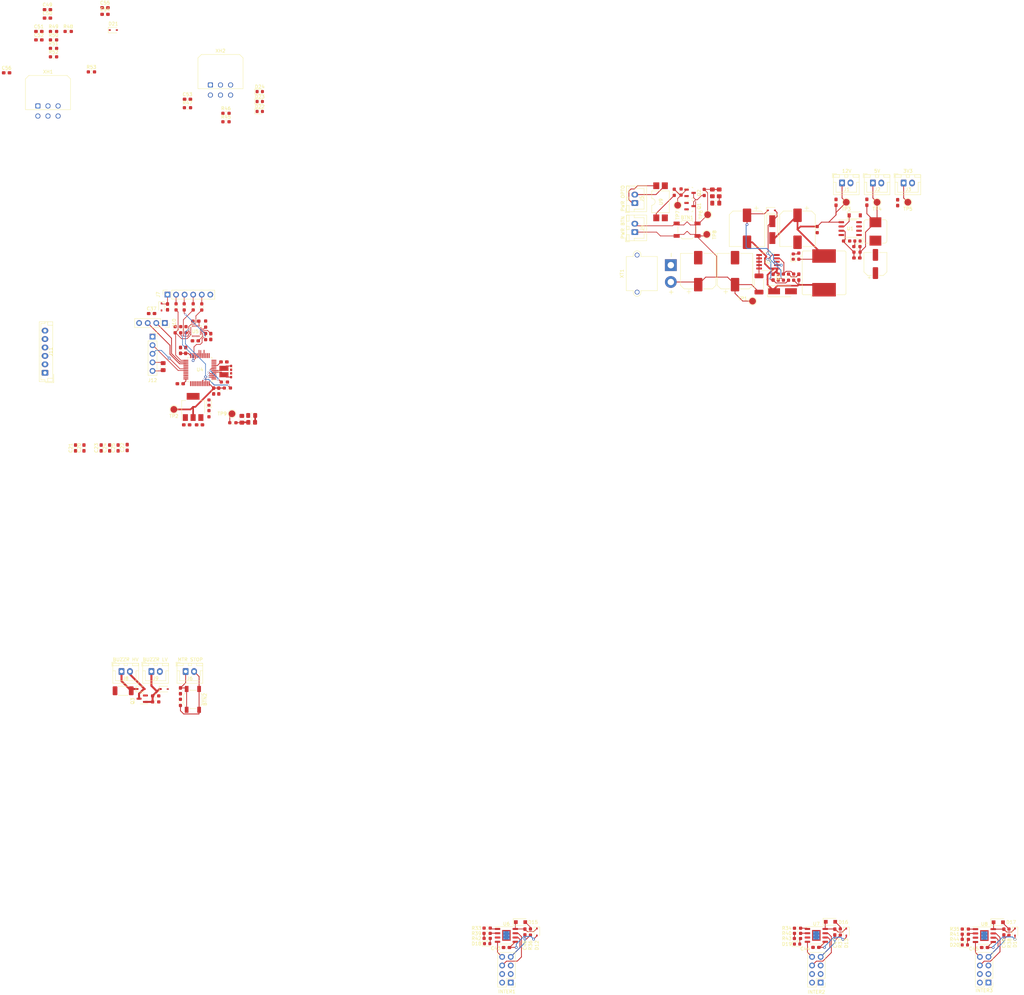
<source format=kicad_pcb>
(kicad_pcb (version 20221018) (generator pcbnew)
  (layers (0 "F.Cu" signal) (31 "B.Cu" signal) (34 "B.Paste" user) (35 "F.Paste" user) (36 "B.SilkS" user "B.Silkscreen") (37 "F.SilkS" user "F.Silkscreen") (38 "B.Mask" user) (39 "F.Mask" user) (44 "Edge.Cuts" user))
  (net 0 "")
  (net 1 "3VS")
  (net 2 "+3V3")
  (net 3 "OSCI")
  (net 4 "OSCO")
  (net 5 "Net-(D1-K)")
  (net 6 "VIN")
  (net 7 "+5V")
  (net 8 "+12V")
  (net 9 "Net-(U5-REGOUT)")
  (net 10 "HOLA")
  (net 11 "HOLB")
  (net 12 "HOLC")
  (net 13 "Net-(D13-K)")
  (net 14 "Net-(D3-K)")
  (net 15 "SDA")
  (net 16 "SDB")
  (net 17 "Net-(J6-Pin_2)")
  (net 18 "Net-(U2-COMP)")
  (net 19 "STATE")
  (net 20 "MOSI")
  (net 21 "VIPER_G")
  (net 22 "MISO")
  (net 23 "SCK")
  (net 24 "Net-(U1-FB)")
  (net 25 "CS_MPU")
  (net 26 "Net-(C4-Pad1)")
  (net 27 "BUZZER")
  (net 28 "MOTORBUT")
  (net 29 "SENBAT")
  (net 30 "POWERON")
  (net 31 "POWERBUT")
  (net 32 "Net-(U5-FSYNC)")
  (net 33 "Net-(D3-A)")
  (net 34 "Net-(D9-K)")
  (net 35 "CURB")
  (net 36 "THB")
  (net 37 "CURC")
  (net 38 "SDC")
  (net 39 "DRC")
  (net 40 "DRB")
  (net 41 "DRA")
  (net 42 "TX")
  (net 43 "RX")
  (net 46 "Net-(D14-K)")
  (net 47 "Net-(D15-A)")
  (net 48 "Net-(D16-A)")
  (net 49 "Net-(D12-K)")
  (net 50 "AK")
  (net 51 "BK")
  (net 52 "GND")
  (net 53 "CK")
  (net 54 "THC")
  (net 55 "Net-(U4-NRST)")
  (net 58 "Net-(D21-K)")
  (net 59 "Net-(D2-A)")
  (net 60 "Net-(D5-K)")
  (net 61 "Net-(D7-A)")
  (net 62 "Net-(D10-K)")
  (net 63 "Net-(D11-K)")
  (net 64 "Net-(D17-A)")
  (net 65 "Net-(D18-A)")
  (net 66 "Net-(D19-A)")
  (net 67 "Net-(D20-A)")
  (net 68 "Net-(D22-K)")
  (net 69 "Net-(D22-A)")
  (net 70 "Net-(D23-K)")
  (net 71 "Net-(D23-A)")
  (net 72 "THA")
  (net 73 "CURA")
  (net 74 "LOA")
  (net 75 "HOA")
  (net 76 "LOB")
  (net 77 "HOB")
  (net 78 "LOC")
  (net 79 "HOC")
  (net 80 "Net-(J5-Pin_2)")
  (net 81 "Net-(J7-Pin_2)")
  (net 82 "Net-(J7-Pin_3)")
  (net 83 "Net-(J7-Pin_4)")
  (net 84 "Net-(J7-Pin_5)")
  (net 86 "DIS")
  (net 87 "Net-(U2-FB)")
  (net 88 "Net-(R6-Pad2)")
  (net 89 "Net-(R18-Pad2)")
  (net 90 "Net-(U6-IN)")
  (net 91 "Net-(U7-IN)")
  (net 92 "Net-(U8-IN)")
  (net 93 "Net-(U6-~{SD})")
  (net 94 "Net-(U7-~{SD})")
  (net 95 "Net-(U8-~{SD})")
  (net 99 "Net-(XH1-Pin_1)")
  (net 100 "Net-(XH1-Pin_2)")
  (net 101 "Net-(XH1-Pin_3)")
  (net 103 "Net-(J5-Pin_1)")
  (net 104 "Net-(Q2-G)")
  (net 105 "Net-(R54-Pad2)")
  (net 106 "Net-(D24-K)")
  (net 107 "Net-(D24-A)")
  (net 108 "Net-(D10-A)")
  (net 112 "MCU_SWCLK")
  (net 113 "MCU_SWDIO")
  (footprint "Resistor_SMD:R_0603_1608Metric_Pad0.98x0.95mm_HandSolder" (layer "F.Cu") (at 175.514 89.535 180)
    (fp_text reference "R41")
    (fp_text value "2k2")
  )
  (footprint "Resistor_SMD:R_0603_1608Metric_Pad0.98x0.95mm_HandSolder" (layer "F.Cu") (at -55.266 -155.681)
    (fp_text reference "R47")
    (fp_text value "680R")
  )
  (footprint "Resistor_SMD:R_0603_1608Metric_Pad0.98x0.95mm_HandSolder" (layer "F.Cu") (at 123.063 -105.41 90)
    (fp_text reference "R3" hide)
    (fp_text value "100k")
  )
  (footprint "Resistor_SMD:R_0603_1608Metric_Pad0.98x0.95mm_HandSolder" (layer "F.Cu") (at 125.73 89.281 180)
    (fp_text reference "R40")
    (fp_text value "2k2")
  )
  (footprint "Capacitor_SMD:C_0603_1608Metric_Pad1.08x0.95mm_HandSolder" (layer "F.Cu") (at -51.689 -61.595)
    (fp_text reference "C13" hide)
    (fp_text value "10uF")
  )
  (footprint "Capacitor_SMD:CP_Elec_10x10" (layer "F.Cu") (at 110.744 -119.761 -90)
    (fp_text reference "C12" hide)
    (fp_text value "1uF")
  )
  (footprint "Capacitor_SMD:C_0603_1608Metric_Pad1.08x0.95mm_HandSolder" (layer "F.Cu") (at 143.341 -111.106 180)
    (fp_text reference "C2" hide)
    (fp_text value "22nF")
  )
  (footprint "Connector_JST:JST_XH_B2B-XH-A_1x02_P2.50mm_Vertical" (layer "F.Cu") (at 77.453 -127.401 90)
    (fp_text reference "J5")
    (fp_text value "PWRONOUT")
  )
  (footprint "Resistor_SMD:R_0603_1608Metric_Pad0.98x0.95mm_HandSolder" (layer "F.Cu") (at 175.514 88.011)
    (fp_text reference "R35")
    (fp_text value "2k2")
  )
  (footprint "Resistor_SMD:R_0603_1608Metric_Pad0.98x0.95mm_HandSolder" (layer "F.Cu") (at -41.8045 -62.21125 180)
    (fp_text reference "R19" hide)
    (fp_text value "2k2")
  )
  (footprint "TestPoint:TestPoint_Pad_D2.0mm" (layer "F.Cu") (at -42.0585 -64.87825 180)
    (fp_text reference "TP9")
    (fp_text value "SENBAT")
  )
  (footprint "Resistor_SMD:R_2010_5025Metric_Pad1.40x2.65mm_HandSolder" (layer "F.Cu") (at -74.354 17.307)
    (fp_text reference "R25" hide)
    (fp_text value "1k5 1W")
  )
  (footprint "Connector_PinHeader_2.54mm:PinHeader_2x04_P2.54mm_Vertical" (layer "F.Cu") (at 132.588 103.886 180)
    (fp_text reference "INTER2")
    (fp_text value "Conn 2x4")
  )
  (footprint "Diode_SMD:D_SOD-323" (layer "F.Cu") (at 117.983 -125.222)
    (fp_text reference "D3" hide)
    (fp_text value "1N4148WS")
  )
  (footprint "Package_TO_SOT_SMD:SOT-23" (layer "F.Cu") (at -68.6875 19.659 180)
    (fp_text reference "Q3")
    (fp_text value "MMBTA42")
  )
  (footprint "Resistor_SMD:R_0805_2012Metric_Pad1.20x1.40mm_HandSolder" (layer "F.Cu") (at 100.457 -130.413 -90)
    (fp_text reference "R12" hide)
    (fp_text value "5k6")
  )
  (footprint "Resistor_SMD:R_0603_1608Metric_Pad0.98x0.95mm_HandSolder" (layer "F.Cu") (at -57.349 20.753 90)
    (fp_text reference "R15" hide)
    (fp_text value "2k2")
  )
  (footprint "Diode_SMD:D_SOD-323" (layer "F.Cu") (at -69.0498 16.7736)
    (fp_text reference "D10" hide)
    (fp_text value "1N4148WS")
  )
  (footprint "Capacitor_SMD:C_0603_1608Metric_Pad1.08x0.95mm_HandSolder" (layer "F.Cu") (at -52.797 -92.353 180)
    (fp_text reference "C40" hide)
    (fp_text value "0.01uF")
  )
  (footprint "Capacitor_SMD:C_0603_1608Metric_Pad1.08x0.95mm_HandSolder" (layer "F.Cu") (at -44.45 -80.264)
    (fp_text reference "C34" hide)
    (fp_text value "0.1uF")
  )
  (footprint "Resistor_SMD:R_0603_1608Metric_Pad0.98x0.95mm_HandSolder" (layer "F.Cu") (at -49.876 -87.781 90)
    (fp_text reference "R31" hide)
    (fp_text value "10k")
  )
  (footprint "Capacitor_SMD:C_0603_1608Metric_Pad1.08x0.95mm_HandSolder" (layer "F.Cu") (at 146.294 -127.635 90)
    (fp_text reference "C17" hide)
    (fp_text value "0.1uF")
  )
  (footprint "Package_SO:SOIC-8-1EP_3.9x4.9mm_P1.27mm_EP2.514x3.2mm_ThermalVias" (layer "F.Cu") (at 39.365 89.878)
    (fp_text reference "U6")
    (fp_text value "IR2184")
  )
  (footprint "Resistor_SMD:R_0603_1608Metric_Pad0.98x0.95mm_HandSolder" (layer "F.Cu") (at -49.876 -91.4875 90)
    (fp_text reference "R32" hide)
    (fp_text value "10k")
  )
  (footprint "Capacitor_SMD:C_0603_1608Metric_Pad1.08x0.95mm_HandSolder" (layer "F.Cu") (at -80.869 -54.737 90)
    (fp_text reference "C23")
    (fp_text value "10uF")
  )
  (footprint "Diode_SMD:D_SOD-323" (layer "F.Cu") (at 48.39925 88.88575 -90)
    (fp_text reference "D12")
    (fp_text value "1N4148WS")
  )
  (footprint "Capacitor_SMD:C_0805_2012Metric_Pad1.18x1.45mm_HandSolder" (layer "F.Cu") (at -36.2165 -64.37025 180)
    (fp_text reference "C36" hide)
    (fp_text value "0.1uF")
  )
  (footprint "LED_SMD:LED_0603_1608Metric" (layer "F.Cu") (at -33.816 -160.471)
    (fp_text reference "D24")
    (fp_text value "HALL_C")
  )
  (footprint "Capacitor_SMD:C_0603_1608Metric_Pad1.08x0.95mm_HandSolder" (layer "F.Cu") (at -61.189 -96.587 -90)
    (fp_text reference "C26" hide)
    (fp_text value "0.1uF")
  )
  (footprint "Resistor_SMD:R_0603_1608Metric_Pad0.98x0.95mm_HandSolder" (layer "F.Cu") (at 124.587 -105.41 90)
    (fp_text reference "R5" hide)
    (fp_text value "9k1")
  )
  (footprint "Diode_SMD:D_SOD-123" (layer "F.Cu") (at 142.706 -123.75)
    (fp_text reference "D1" hide)
    (fp_text value "MBR0530")
  )
  (footprint "Connector_JST:JST_XH_B2B-XH-A_1x02_P2.50mm_Vertical" (layer "F.Cu") (at 77.453 -118.765 90)
    (fp_text reference "J4")
    (fp_text value "PWRBTN")
  )
  (footprint "Resistor_SMD:R_0805_2012Metric_Pad1.20x1.40mm_HandSolder" (layer "F.Cu") (at -36.2165 -62.33825 180)
    (fp_text reference "R18" hide)
    (fp_text value "81k 1%")
  )
  (footprint "Connector_PinSocket_2.54mm:PinSocket_1x06_P2.54mm_Vertical" (layer "F.Cu") (at -61.189 -100.228 90)
    (fp_text reference "J7")
    (fp_text value "SPI_DBG")
  )
  (footprint "Resistor_SMD:R_0603_1608Metric_Pad0.98x0.95mm_HandSolder" (layer "F.Cu") (at -83.7595 -166.308)
    (fp_text reference "R53")
    (fp_text value "4k3")
  )
  (footprint "Capacitor_SMD:C_0805_2012Metric_Pad1.18x1.45mm_HandSolder" (layer "F.Cu") (at 101.473 -127.365 180)
    (fp_text reference "C19" hide)
    (fp_text value "0.1uF")
  )
  (footprint "Resistor_SMD:R_0603_1608Metric_Pad0.98x0.95mm_HandSolder" (layer "F.Cu") (at 140.293 -116.13)
    (fp_text reference "R4" hide)
    (fp_text value "2k2")
  )
  (footprint "Capacitor_SMD:C_0603_1608Metric_Pad1.08x0.95mm_HandSolder" (layer "F.Cu") (at -108.9295 -166.038)
    (fp_text reference "C56")
    (fp_text value "10nF")
  )
  (footprint "Diode_SMD:D_SOD-123F" (layer "F.Cu") (at 43.556 85.941)
    (fp_text reference "D15")
    (fp_text value "BZT52Bxx")
  )
  (footprint "Resistor_SMD:R_0603_1608Metric_Pad0.98x0.95mm_HandSolder" (layer "F.Cu") (at 121.539 -105.41 90)
    (fp_text reference "R7")
    (fp_text value "82k")
  )
  (footprint "LED_SMD:LED_0603_1608Metric" (layer "F.Cu") (at 175.387 92.71)
    (fp_text reference "D20")
    (fp_text value "LED_R")
  )
  (footprint "Resistor_SMD:R_0603_1608Metric_Pad0.98x0.95mm_HandSolder" (layer "F.Cu") (at 143.341 -114.479 180)
    (fp_text reference "R2" hide)
    (fp_text value "1k")
  )
  (footprint "LED_SMD:LED_0603_1608Metric" (layer "F.Cu") (at 124.46 -111.506 90)
    (fp_text reference "D7" hide)
    (fp_text value "LED_G")
  )
  (footprint "Connector_JST:JST_XH_B2B-XH-A_1x02_P2.50mm_Vertical" (layer "F.Cu") (at 148.082 -133.35)
    (fp_text reference "J2")
    (fp_text value "5V OUTLET")
  )
  (footprint "Resistor_SMD:R_0603_1608Metric_Pad0.98x0.95mm_HandSolder" (layer "F.Cu") (at 175.514 91.059)
    (fp_text reference "R44")
    (fp_text value "1k")
  )
  (footprint "Resistor_SMD:R_0603_1608Metric_Pad0.98x0.95mm_HandSolder" (layer "F.Cu") (at -51.029 -96.5635 90)
    (fp_text reference "R22" hide)
    (fp_text value "2k2")
  )
  (footprint "Button_Switch_SMD:SW_SPST_SKQG_WithoutStem" (layer "F.Cu") (at -53.666 19.864 -90)
    (fp_text reference "BTN2")
    (fp_text value "PWRBTN")
  )
  (footprint "Capacitor_SMD:C_0603_1608Metric_Pad1.08x0.95mm_HandSolder" (layer "F.Cu") (at -96.8095 -182.268)
    (fp_text reference "C50")
    (fp_text value "0.1uF")
  )
  (footprint "Connector_JST:JST_EH_B6B-EH-A_1x06_P2.50mm_Vertical" (layer "F.Cu") (at -97.536 -77.042 90)
    (fp_text reference "J11")
    (fp_text value "JST_06")
  )
  (footprint "TestPoint:TestPoint_Pad_D2.0mm" (layer "F.Cu") (at 99.06 -123.936 90)
    (fp_text reference "TP6")
    (fp_text value "3VS")
  )
  (footprint "Resistor_SMD:R_0603_1608Metric_Pad0.98x0.95mm_HandSolder" (layer "F.Cu") (at 98.044 -130.54 90)
    (fp_text reference "R14" hide)
    (fp_text value "10k")
  )
  (footprint "Capacitor_SMD:CP_Elec_10x10" (layer "F.Cu") (at 107.188 -107.188 90)
    (fp_text reference "C11" hide)
    (fp_text value "22uF")
  )
  (footprint "Connector_JST:JST_XH_B2B-XH-A_1x02_P2.50mm_Vertical" (layer "F.Cu") (at -55.805 11.592)
    (fp_text reference "J6")
    (fp_text value "MTRBTN")
  )
  (footprint "Resistor_SMD:R_0603_1608Metric_Pad0.98x0.95mm_HandSolder" (layer "F.Cu") (at 143.379 -112.828 180)
    (fp_text reference "R1" hide)
    (fp_text value "6k8")
  )
  (footprint "Resistor_SMD:R_0603_1608Metric_Pad0.98x0.95mm_HandSolder" (layer "F.Cu") (at -48.895 -64.897 90)
    (fp_text reference "R8" hide)
    (fp_text value "680R")
  )
  (footprint "Diode_SMD:D_SOD-323" (layer "F.Cu") (at 140.208 88.9 -90)
    (fp_text reference "D13")
    (fp_text value "1N4148WS")
  )
  (footprint "Capacitor_SMD:C_0603_1608Metric_Pad1.08x0.95mm_HandSolder" (layer "F.Cu") (at 39.37 93.472)
    (fp_text reference "C43")
    (fp_text value "10uF")
  )
  (footprint "Capacitor_SMD:C_0603_1608Metric_Pad1.08x0.95mm_HandSolder" (layer "F.Cu") (at -57.404 -73.787 180)
    (fp_text reference "C32" hide)
    (fp_text value "0.1uF")
  )
  (footprint "Capacitor_SMD:C_0603_1608Metric_Pad1.08x0.95mm_HandSolder" (layer "F.Cu") (at -55.499 -61.595 180)
    (fp_text reference "C14" hide)
    (fp_text value "10uF")
  )
  (footprint "LED_SMD:LED_0603_1608Metric" (layer "F.Cu") (at 143.506 -116.13 180)
    (fp_text reference "D2" hide)
    (fp_text value "LED_G")
  )
  (footprint "Capacitor_SMD:C_0603_1608Metric_Pad1.08x0.95mm_HandSolder" (layer "F.Cu") (at 131.191 93.434)
    (fp_text reference "C44")
    (fp_text value "10uF")
  )
  (footprint "Capacitor_SMD:C_0603_1608Metric_Pad1.08x0.95mm_HandSolder" (layer "F.Cu") (at -96.8095 -184.778)
    (fp_text reference "C49")
    (fp_text value "10uF")
  )
  (footprint "Connector_JST:JST_XH_B2B-XH-A_1x02_P2.50mm_Vertical" (layer "F.Cu") (at -74.835 11.592)
    (fp_text reference "J8")
    (fp_text value "BuzzerHV")
  )
  (footprint "Capacitor_SMD:C_0603_1608Metric_Pad1.08x0.95mm_HandSolder" (layer "F.Cu") (at 44.84325 88.88575 -90)
    (fp_text reference "C46")
    (fp_text value "10uF")
  )
  (footprint "Resistor_SMD:R_0603_1608Metric_Pad0.98x0.95mm_HandSolder" (layer "F.Cu") (at -95.0045 -170.778)
    (fp_text reference "R52")
    (fp_text value "4k3")
  )
  (footprint "Capacitor_SMD:C_0603_1608Metric_Pad1.08x0.95mm_HandSolder" (layer "F.Cu") (at -73.152 -54.864 90)
    (fp_text reference "C22")
    (fp_text value "0.1uF")
  )
  (footprint "Capacitor_SMD:CP_Elec_10x10" (layer "F.Cu") (at 96.266 -107.188 90)
    (fp_text reference "C10" hide)
    (fp_text value "22uF")
  )
  (footprint "Resistor_SMD:R_0603_1608Metric_Pad0.98x0.95mm_HandSolder" (layer "F.Cu") (at -43.8385 -154.021)
    (fp_text reference "R46")
    (fp_text value "680R")
  )
  (footprint "Diode_SMD:D_SOD-323" (layer "F.Cu") (at 190.246 88.9 -90)
    (fp_text reference "D14")
    (fp_text value "1N4148WS")
  )
  (footprint "Resistor_SMD:R_0603_1608Metric_Pad0.98x0.95mm_HandSolder" (layer "F.Cu") (at -90.6545 -178.308)
    (fp_text reference "R48")
    (fp_text value "4k3")
  )
  (footprint "LED_SMD:LED_0603_1608Metric" (layer "F.Cu") (at 125.603 92.456)
    (fp_text reference "D19")
    (fp_text value "LED_R")
  )
  (footprint "Capacitor_SMD:C_0603_1608Metric_Pad1.08x0.95mm_HandSolder" (layer "F.Cu") (at 186.944 88.9 -90)
    (fp_text reference "C48")
    (fp_text value "10uF")
  )
  (footprint "LED_SMD:LED_0603_1608Metric" (layer "F.Cu") (at -33.816 -154.571)
    (fp_text reference "D22")
    (fp_text value "HALL_A")
  )
  (footprint "Sensor_Motion:InvenSense_QFN-24_3x3mm_P0.4mm" (layer "F.Cu") (at -52.832 -89.408 90)
    (fp_text reference "U5")
    (fp_text value "MPU-6500")
  )
  (footprint "Connector_PinSocket_2.54mm:PinSocket_1x04_P2.54mm_Vertical" (layer "F.Cu") (at -61.986 -91.796 -90)
    (fp_text reference "J10")
    (fp_text value "MCU_SWD")
  )
  (footprint "Package_SO:SOIC-8-1EP_3.9x4.9mm_P1.27mm_EP2.514x3.2mm_ThermalVias" (layer "F.Cu") (at 181.164 89.932)
    (fp_text reference "U8")
    (fp_text value "IR2184")
  )
  (footprint "Connector_Molex:Molex_Micro-Fit_3.0_43045-0600_2x03_P3.00mm_Horizontal" (layer "F.Cu") (at -48.466 -162.431)
    (fp_text reference "XH2")
    (fp_text value "Hall Tester")
  )
  (footprint "Connector_Molex:Molex_Micro-Fit_3.0_43045-0600_2x03_P3.00mm_Horizontal" (layer "F.Cu") (at -99.647 -156.208)
    (fp_text reference "XH1")
    (fp_text value "Hall Sensors")
  )
  (footprint "Capacitor_SMD:C_0603_1608Metric_Pad1.08x0.95mm_HandSolder" (layer "F.Cu") (at -79.7295 -183.388)
    (fp_text reference "C54")
    (fp_text value "10nF")
  )
  (footprint "Resistor_SMD:R_0603_1608Metric_Pad0.98x0.95mm_HandSolder" (layer "F.Cu") (at 89.154 -130.5795 -90)
    (fp_text reference "R54" hide)
    (fp_text value "100")
  )
  (footprint "LED_SMD:LED_0603_1608Metric" (layer "F.Cu") (at 33.65 92.329)
    (fp_text reference "D18")
    (fp_text value "LED_R")
  )
  (footprint "TestPoint:TestPoint_Pad_D2.0mm" (layer "F.Cu") (at 112.395 -98.298 90)
    (fp_text reference "TP1")
    (fp_text value "VBAT1")
  )
  (footprint "Capacitor_SMD:C_0603_1608Metric_Pad1.08x0.95mm_HandSolder" (layer "F.Cu") (at -55.266 -158.191)
    (fp_text reference "C53")
    (fp_text value "0.1uF")
  )
  (footprint "Connector_JST:JST_XH_B2B-XH-A_1x02_P2.50mm_Vertical" (layer "F.Cu") (at -65.965 11.592)
    (fp_text reference "J9")
    (fp_text value "BuzzerLV")
  )
  (footprint "Resistor_SMD:R_0603_1608Metric_Pad0.98x0.95mm_HandSolder" (layer "F.Cu") (at -55.718 -89.813 90)
    (fp_text reference "R30" hide)
    (fp_text value "10k")
  )
  (footprint "Capacitor_SMD:C_0805_2012Metric_Pad1.18x1.45mm_HandSolder" (layer "F.Cu") (at -62.484 -78.867 -90)
    (fp_text reference "C57" hide)
    (fp_text value "0.1uF")
  )
  (footprint "Resistor_SMD:R_0805_2012Metric_Pad1.20x1.40mm_HandSolder" (layer "F.Cu") (at 102.489 -130.413 90)
    (fp_text reference "R11" hide)
    (fp_text value "210k")
  )
  (footprint "Resistor_SMD:R_0603_1608Metric_Pad0.98x0.95mm_HandSolder" (layer "F.Cu") (at -53.569 -96.587 90)
    (fp_text reference "R20" hide)
    (fp_text value "2k2")
  )
  (footprint "Diode_SMD:D_SOD-323" (layer "F.Cu") (at -62.967 -96.587 -90)
    (fp_text reference "D9" hide)
    (fp_text value "1N4148WS")
  )
  (footprint "Connector_PinHeader_2.54mm:PinHeader_2x04_P2.54mm_Vertical" (layer "F.Cu") (at 182.372 103.886 180)
    (fp_text reference "INTER3")
    (fp_text value "Conn 2x4")
  )
  (footprint "Resistor_SMD:R_0603_1608Metric_Pad0.98x0.95mm_HandSolder" (layer "F.Cu") (at 33.65 87.719)
    (fp_text reference "R33")
    (fp_text value "2k2")
  )
  (footprint "Resistor_SMD:R_0603_1608Metric_Pad0.98x0.95mm_HandSolder" (layer "F.Cu") (at 188.468 88.9235 -90)
    (fp_text reference "R38")
    (fp_text value "100")
  )
  (footprint "digikey-footprints:SMD-2_3.2x2.5mm" (layer "F.Cu") (at -44.45 -77.409 90)
    (fp_text reference "XTAL1" hide)
    (fp_text value "NX3225GD-8MHZ-STD-CRA-3")
  )
  (footprint "Package_SO:SOP-8_3.9x4.9mm_P1.27mm" (layer "F.Cu") (at 141.351 -119.813)
    (fp_text reference "U1")
    (fp_text value "XL7005A")
  )
  (footprint "Resistor_SMD:R_0603_1608Metric_Pad0.98x0.95mm_HandSolder" (layer "F.Cu") (at 91.186 -130.667 90)
    (fp_text reference "R13" hide)
    (fp_text value "2k2")
  )
  (footprint "Inductor_SMD:L_Bourns_SRP7028A_7.3x6.6mm" (layer "F.Cu") (at 148.844 -118.966 90)
    (fp_text reference "L1" hide)
    (fp_text value "68uH")
  )
  (footprint "Resistor_SMD:R_0603_1608Metric_Pad0.98x0.95mm_HandSolder" (layer "F.Cu") (at -95.0045 -173.288)
    (fp_text reference "R51")
    (fp_text value "4k3")
  )
  (footprint "Diode_SMD:D_SMA_Handsoldering" (layer "F.Cu") (at 121.285 -101.219)
    (fp_text reference "D6" hide)
    (fp_text value "STTH1L06A")
  )
  (footprint "Capacitor_SMD:CP_Elec_10x10" (layer "F.Cu") (at 125.73 -119.761 -90)
    (fp_text reference "C15" hide)
    (fp_text value "150uF")
  )
  (footprint "Capacitor_SMD:C_0603_1608Metric_Pad1.08x0.95mm_HandSolder" (layer "F.Cu") (at -75.849 -54.737 90)
    (fp_text reference "C25")
    (fp_text value "10uF")
  )
  (footprint "Capacitor_SMD:C_0603_1608Metric_Pad1.08x0.95mm_HandSolder" (layer "F.Cu") (at -57.3278 -83.6676 90)
    (fp_text reference "C31" hide)
    (fp_text value "0.1uF")
  )
  (footprint "Resistor_SMD:R_0603_1608Metric_Pad0.98x0.95mm_HandSolder" (layer "F.Cu") (at -44.323 -74.295)
    (fp_text reference "R24" hide)
    (fp_text value "2k2")
  )
  (footprint "Resistor_SMD:R_0805_2012Metric_Pad1.20x1.40mm_HandSolder" (layer "F.Cu") (at -39.1375 -63.24325 90)
    (fp_text reference "R21" hide)
    (fp_text value "2k2 1%")
  )
  (footprint "Package_SO:SOIC-8-1EP_3.9x4.9mm_P1.27mm_EP2.514x3.2mm_ThermalVias" (layer "F.Cu") (at 131.313 89.878)
    (fp_text reference "U7")
    (fp_text value "IR2184")
  )
  (footprint "digikey-footprints:SOT-23-3" (layer "F.Cu") (at 93.853 -126.476)
    (fp_text reference "Q1")
    (fp_text value "BSS138")
  )
  (footprint "Diode_SMD:D_SOD-123F" (layer "F.Cu") (at 185.293 85.979)
    (fp_text reference "D17")
    (fp_text value "BZT52Bxx")
  )
  (footprint "Resistor_SMD:R_0603_1608Metric_Pad0.98x0.95mm_HandSolder" (layer "F.Cu") (at 125.7065 90.805)
    (fp_text reference "R43")
    (fp_text value "1k")
  )
  (footprint "digikey-footprints:SOT-23-3" (layer "F.Cu") (at 93.853 -130.413)
    (fp_text reference "Q2")
    (fp_text value "BSS138")
  )
  (footprint "Capacitor_SMD:C_0603_1608Metric_Pad1.08x0.95mm_HandSolder" (layer "F.Cu") (at 120.015 -105.41 90)
    (fp_text reference "C5" hide)
    (fp_text value "0.1uF")
  )
  (footprint "Capacitor_SMD:C_0402_1005Metric_Pad0.74x0.62mm_HandSolder" (layer "F.Cu") (at -42.3164 -76.3153 90)
    (fp_text reference "C28" hide)
    (fp_text value "18pF")
  )
  (footprint "TestPoint:TestPoint_Pad_D2.0mm" (layer "F.Cu") (at 98.806 -118.094 90)
    (fp_text reference "TP8")
    (fp_text value "PWRBUT")
  )
  (footprint "Resistor_SMD:R_0603_1608Metric_Pad0.98x0.95mm_HandSolder" (layer "F.Cu") (at 126.111 -111.633 90)
    (fp_text reference "R10" hide)
    (fp_text value "2k2")
  )
  (footprint "Resistor_SMD:R_0603_1608Metric_Pad0.98x0.95mm_HandSolder" (layer "F.Cu") (at -43.434 -72.517 180)
    (fp_text reference "R23" hide)
    (fp_text value "4k7")
  )
  (footprint "Resistor_SMD:R_0603_1608Metric_Pad0.98x0.95mm_HandSolder" (layer "F.Cu") (at 138.43 88.8765 -90)
    (fp_text reference "R37")
    (fp_text value "100")
  )
  (footprint "Resistor_SMD:R_0603_1608Metric_Pad0.98x0.95mm_HandSolder" (layer "F.Cu") (at -58.649 -96.587 90)
    (fp_text reference "R16" hide)
    (fp_text value "2k2")
  )
  (footprint "Capacitor_SMD:C_0603_1608Metric_Pad1.08x0.95mm_HandSolder" (layer "F.Cu") (at -99.3545 -175.798)
    (fp_text reference "C52")
    (fp_text value "0.1uF")
  )
  (footprint "Connector_JST:JST_XH_B2B-XH-A_1x02_P2.50mm_Vertical" (layer "F.Cu") (at 157.216 -133.35)
    (fp_text reference "J3")
    (fp_text value "3V3 OUTLET")
  )
  (footprint "Capacitor_SMD:C_0603_1608Metric_Pad1.08x0.95mm_HandSolder" (layer "F.Cu") (at -52.924 -86.511 180)
    (fp_text reference "C41" hide)
    (fp_text value "0.1uF")
  )
  (footprint "Capacitor_SMD:C_0603_1608Metric_Pad1.08x0.95mm_HandSolder" (layer "F.Cu") (at 137.15 -127.6085 90)
    (fp_text reference "C16" hide)
    (fp_text value "0.1uF")
  )
  (footprint "Capacitor_SMD:C_0603_1608Metric_Pad1.08x0.95mm_HandSolder" (layer "F.Cu") (at -78.359 -54.737 90)
    (fp_text reference "C24")
    (fp_text value "10uF")
  )
  (footprint "Resistor_SMD:R_0603_1608Metric_Pad0.98x0.95mm_HandSolder" (layer "F.Cu") (at -95.0045 -178.308)
    (fp_text reference "R49")
    (fp_text value "4k3")
  )
  (footprint "Diode_SMD:D_SMA_Handsoldering" (layer "F.Cu") (at 118.237 -119.507 -90)
    (fp_text reference "D4" hide)
    (fp_text value "STTH1L06A")
  )
  (footprint "Package_QFP:LQFP-48_7x7mm_P0.5mm" (layer "F.Cu") (at -51.5865 -77.974 180)
    (fp_text reference "U4")
    (fp_text value "STM32F103C8Tx")
  )
  (footprint "Capacitor_SMD:C_0603_1608Metric_Pad1.08x0.95mm_HandSolder" (layer "F.Cu") (at 126.111 -105.41 -90)
    (fp_text reference "C4" hide)
    (fp_text value "51nF")
  )
  (footprint "Resistor_SMD:R_0603_1608Metric_Pad0.98x0.95mm_HandSolder" (layer "F.Cu") (at -64.702 18.831 180)
    (fp_text reference "R26" hide)
    (fp_text value "2k2")
  )
  (footprint "TestPoint:TestPoint_Pad_D2.0mm" (layer "F.Cu") (at 140.198 -127.635 180)
    (fp_text reference "TP3")
    (fp_text value "12V")
  )
  (footprint "Capacitor_SMD:CP_Elec_6.3x7.7" (layer "F.Cu") (at 148.844 -109.314 90)
    (fp_text reference "C3" hide)
    (fp_text value "220uF 16v")
  )
  (footprint "Resistor_SMD:R_0603_1608Metric_Pad0.98x0.95mm_HandSolder" (layer "F.Cu") (at -43.8385 -151.511)
    (fp_text reference "R45")
    (fp_text value "680R")
  )
  (footprint "Connector_JST:JST_XH_B2B-XH-A_1x02_P2.50mm_Vertical" (layer "F.Cu") (at 138.948 -133.367)
    (fp_text reference "J1")
    (fp_text value "12V OUTLET")
  )
  (footprint "Capacitor_SMD:C_0603_1608Metric_Pad1.08x0.95mm_HandSolder" (layer "F.Cu") (at -47.498 -71.628 -90)
    (fp_text reference "C33" hide)
    (fp_text value "0.1uF")
  )
  (footprint "Resistor_SMD:R_0603_1608Metric_Pad0.98x0.95mm_HandSolder" (layer "F.Cu") (at 33.655 90.767)
    (fp_text reference "R42")
    (fp_text value "1k")
  )
  (footprint "Connector_PinHeader_2.54mm:PinHeader_2x04_P2.54mm_Vertical" (layer "F.Cu") (at 40.64 103.886 180)
    (fp_text reference "INTER1")
    (fp_text value "Conn 2x4")
  )
  (footprint "Resistor_SMD:R_0603_1608Metric_Pad0.98x0.95mm_HandSolder" (layer "F.Cu") (at -57.277 -89.813 90)
    (fp_text reference "R29" hide)
    (fp_text value "10k")
  )
  (footprint "Capacitor_SMD:C_0603_1608Metric_Pad1.08x0.95mm_HandSolder" (layer "F.Cu") (at -45.974 -71.628 -90)
    (fp_text reference "C35" hide)
    (fp_text value "0.1uF")
  )
  (footprint "Resistor_SMD:R_0603_1608Metric_Pad0.98x0.95mm_HandSolder" (layer "F.Cu") (at -64.702 20.609)
    (fp_text reference "R27" hide)
    (fp_text value "2k2")
  )
  (footprint "Capacitor_SMD:C_0603_1608Metric_Pad1.08x0.95mm_HandSolder" (layer "F.Cu") (at -48.352 -87.781 90)
    (fp_text reference "C42" hide)
    (fp_text value "0.1uF")
  )
  (footprint "4shift:SOIC100P600X175-10N" (layer "F.Cu") (at 116.967 -109.982 180)
    (fp_text reference "U2")
    (fp_text value "VIPER115LS")
  )
  (footprint "Diode_SMD:D_SOD-323" (layer "F.Cu") (at -77.2695 -178.718)
    (fp_text reference "D21")
    (fp_text value "1N4148WS")
  )
  (footprint "Capacitor_SMD:C_0603_1608Metric_Pad1.08x0.95mm_HandSolder" (layer "F.Cu") (at -57.349 17.324 -90)
    (fp_text reference "C27" hide)
    (fp_text value "0.1uF")
  )
  (footprint "Resistor_SMD:R_0603_1608Metric_Pad0.98x0.95mm_HandSolder" (layer "F.Cu") (at -56.236 -96.587 90)
    (fp_text reference "R17" hide)
    (fp_text value "2k2")
  )
  (footprint "TestPoint:TestPoint_Pad_D2.0mm" (layer "F.Cu") (at -59.309 -66.167 180)
    (fp_text reference "TP2")
    (fp_text value "3V3")
  )
  (footprint "Package_DIP:SMDIP-4_W9.53mm" (layer "F.Cu") (at 85.09 -127.762 90)
    (fp_text reference "U9")
    (fp_text value "LTV-817S")
  )
  (footprint "Resistor_SMD:R_0603_1608Metric_Pad0.98x0.95mm_HandSolder" (layer "F.Cu") (at -95.0045 -175.798)
    (fp_text reference "R50")
    (fp_text value "4k3")
  )
  (footprint "Connector_PinSocket_2.54mm:PinSocket_1x05_P2.54mm_Vertical" (layer "F.Cu") (at -65.634 -87.757)
    (fp_text reference "J12")
    (fp_text value "Bluetooth")
  )
  (footprint "Capacitor_SMD:C_0603_1608Metric_Pad1.08x0.95mm_HandSolder" (layer "F.Cu") (at 181.229 93.472)
    (fp_text reference "C45")
    (fp_text value "10uF")
  )
  (footprint "LED_SMD:LED_0603_1608Metric" (layer "F.Cu") (at -33.816 -157.521)
    (fp_text reference "D23")
    (fp_text value "HALL_B")
  )
  (footprint "Diode_SMD:D_SOD-323" (layer "F.Cu") (at -62.162 16.799)
    (fp_text reference "D11" hide)
    (fp_text value "1N4148WS")
  )
  (footprint "Diode_SMD:D_SOD-123F" (layer "F.Cu") (at 135.512 85.852)
    (fp_text reference "D16")
    (fp_text value "BZT52Bxx")
  )
  (footprint "Capacitor_SMD:C_0402_1005Metric_Pad0.74x0.62mm_HandSolder" (layer "F.Cu") (at -42.3164 -78.491 -90)
    (fp_text reference "C29" hide)
    (fp_text value "18pF")
  )
  (footprint "Resistor_SMD:R_0603_1608Metric_Pad0.98x0.95mm_HandSolder" (layer "F.Cu") (at 125.73 87.757)
    (fp_text reference "R34")
    (fp_text value "2k2")
  )
  (footprint "Capacitor_SMD:C_0603_1608Metric_Pad1.08x0.95mm_HandSolder" (layer "F.Cu") (at 136.779 88.9 -90)
    (fp_text reference "C47")
    (fp_text value "10uF")
  )
  (footprint "Capacitor_SMD:C_0603_1608Metric_Pad1.08x0.95mm_HandSolder" (layer "F.Cu") (at -99.3545 -178.308)
    (fp_text reference "C51")
    (fp_text value "10uF")
  )
  (footprint "Resistor_SMD:R_0603_1608Metric_Pad0.98x0.95mm_HandSolder" (layer "F.Cu") (at 46.49425 88.88575 -90)
    (fp_text reference "R36")
    (fp_text value "100")
  )
  (footprint "Resistor_SMD:R_0603_1608Metric_Pad0.98x0.95mm_HandSolder" (layer "F.Cu") (at -58.928 -89.813 90)
    (fp_text reference "R28" hide)
    (fp_text value "10k")
  )
  (footprint "TestPoint:TestPoint_Pad_D2.0mm" (layer "F.Cu") (at 149.332 -127.635 180)
    (fp_text reference "TP4")
    (fp_text value "5V")
  )
  (footprint "Package_TO_SOT_SMD:SOT-223" (layer "F.Cu") (at -53.594 -66.904 90)
    (fp_text reference "U3" hide)
    (fp_text value "LM1117-3.3")
  )
  (footprint "Capacitor_SMD:C_0603_1608Metric_Pad1.08x0.95mm_HandSolder" (layer "F.Cu") (at -55.8038 -83.6676 90)
    (fp_text reference "C30" hide)
    (fp_text value "0.1uF")
  )
  (footprint "Connector_AMASS:AMASS_XT30PW-M_1x02_P2.50mm_Horizontal" (layer "F.Cu") (at 88.138 -108.966 90)
    (fp_text reference "XT1")
    (fp_text value "POWER")
  )
  (footprint "TestPoint:TestPoint_Pad_D2.0mm" (layer "F.Cu") (at 158.466 -127.635 180)
    (fp_text reference "TP5")
    (fp_text value "3V3")
  )
  (footprint "TestPoint:TestPoint_Pad_D2.0mm" (layer "F.Cu") (at 90.17 -126.73 90)
    (fp_text reference "TP7")
    (fp_text value "PWRON")
  )
  (footprint "Capacitor_SMD:C_0603_1608Metric_Pad1.08x0.95mm_HandSolder" (layer "F.Cu") (at -85.979 -54.737 90)
    (fp_text reference "C20")
    (fp_text value "0.1uF")
  )
  (footprint "Inductor_SMD:L_Bourns_SRR1208_12.7x12.7mm" (layer "F.Cu") (at 133.604 -106.68 90)
    (fp_text reference "L2" hide)
    (fp_text value "330uH")
  )
  (footprint "Resistor_SMD:R_0603_1608Metric_Pad0.98x0.95mm_HandSolder" (layer "F.Cu") (at 33.6315 89.281 180)
    (fp_text reference "R39")
    (fp_text value "2k2")
  )
  (footprint "Capacitor_SMD:C_0603_1608Metric_Pad1.08x0.95mm_HandSolder" (layer "F.Cu") (at 118.491 -105.41 90)
    (fp_text reference "C1" hide)
    (fp_text value "820pF")
  )
  (footprint "Resistor_SMD:R_0603_1608Metric_Pad0.98x0.95mm_HandSolder" (layer "F.Cu") (at 131.572 -119.5205 -90)
    (fp_text reference "R9" hide)
    (fp_text value "12k")
  )
  (footprint "Resistor_SMD:R_2010_5025Metric_Pad1.40x2.65mm_HandSolder" (layer "F.Cu") (at 114.3 -103.378 90)
    (fp_text reference "R6" hide)
    (fp_text value "100R 1W")
  )
  (footprint "Capacitor_SMD:C_0603_1608Metric_Pad1.08x0.95mm_HandSolder" (layer "F.Cu") (at -65.913 -94.615)
    (fp_text reference "C37")
    (fp_text value "0.1uF")
  )
  (footprint "Capacitor_SMD:C_0603_1608Metric_Pad1.08x0.95mm_HandSolder" (layer "F.Cu") (at 155.438 -127.508 90)
    (fp_text reference "C18" hide)
    (fp_text value "0.1uF")
  )
  (footprint "LED_SMD:LED_0603_1608Metric" (layer "F.Cu") (at -48.895 -68.199 90)
    (fp_text reference "D5" hide)
    (fp_text value "LED_G")
  )
  (footprint "Button_Switch_SMD:SW_SPST_SKQG_WithoutStem" (layer "F.Cu") (at 92.964 -119.491)
    (fp_text reference "BTN1")
    (fp_text value "PWRBTN")
  )
  (footprint "Capacitor_SMD:C_0603_1608Metric_Pad1.08x0.95mm_HandSolder" (layer "F.Cu") (at -79.7295 -185.358)
    (fp_text reference "C55")
    (fp_text value "10nF")
  )
  (footprint "Capacitor_SMD:C_0603_1608Metric_Pad1.08x0.95mm_HandSolder" (layer "F.Cu") (at -88.489 -54.737 90)
    (fp_text reference "C21")
    (fp_text value "0.1uF")
  )
  (gr_text "PWR OPTO" (at 73.914 -128.778 90) (layer "F.SilkS") (effects (font (size 1 1))))
  (gr_text "3V3" (at 158.496 -136.906) (layer "F.SilkS") (effects (font (size 1 1))))
  (gr_text "5V" (at 149.352 -136.906) (layer "F.SilkS") (effects (font (size 1 1))))
  (gr_text "BUZZR LV" (at -64.842 8.053) (layer "F.SilkS") (effects (font (size 1 1))))
  (gr_text "MTR STOP" (at -54.428 8.053) (layer "F.SilkS") (effects (font (size 1 1))))
  (gr_text "12V" (at 140.335 -136.906) (layer "F.SilkS") (effects (font (size 1 1))))
  (gr_text "PWR BTN" (at 73.914 -120.142 90) (layer "F.SilkS") (effects (font (size 1 1))))
  (gr_text "BUZZR HV" (at -73.605 8.053) (layer "F.SilkS") (effects (font (size 1 1))))
  (segment (start 92.964 -121.849578) (end 92.005422 -120.891) (width 0.2) (layer "F.Cu") (net 1))
  (segment (start 77.453 -121.265) (end 78.068 -120.65) (width 0.2) (layer "F.Cu") (net 1))
  (segment (start 96.465 -121.341) (end 99.06 -123.936) (width 0.2) (layer "F.Cu") (net 1))
  (segment (start 96.064 -121.341) (end 96.465 -121.341) (width 0.2) (layer "F.Cu") (net 1))
  (segment (start 102.4495 -131.4525) (end 102.489 -131.413) (width 0.2) (layer "F.Cu") (net 1))
  (segment (start 78.068 -120.65) (end 88.681578 -120.65) (width 0.2) (layer "F.Cu") (net 1))
  (segment (start 92.005422 -120.891) (end 90.314 -120.891) (width 0.2) (layer "F.Cu") (net 1))
  (segment (start 102.489 -131.413) (end 100.457 -131.413) (width 0.2) (layer "F.Cu") (net 1))
  (segment (start 78.053 -121.865) (end 77.453 -121.265) (width 0.2) (layer "F.Cu") (net 1))
  (segment (start 96.064 -121.341) (end 95.614 -120.891) (width 0.2) (layer "F.Cu") (net 1))
  (segment (start 98.044 -131.4525) (end 102.4495 -131.4525) (width 0.2) (layer "F.Cu") (net 1))
  (segment (start 89.372578 -121.341) (end 89.864 -121.341) (width 0.2) (layer "F.Cu") (net 1))
  (segment (start 99.06 -130.4365) (end 98.044 -131.4525) (width 0.2) (layer "F.Cu") (net 1))
  (segment (start 88.681578 -120.65) (end 89.372578 -121.341) (width 0.2) (layer "F.Cu") (net 1))
  (segment (start 95.614 -120.891) (end 93.922578 -120.891) (width 0.2) (layer "F.Cu") (net 1))
  (segment (start 90.314 -120.891) (end 89.864 -121.341) (width 0.2) (layer "F.Cu") (net 1))
  (segment (start 97.79 -131.7065) (end 98.044 -131.4525) (width 0.2) (layer "F.Cu") (net 1))
  (segment (start 93.922578 -120.891) (end 92.964 -121.849578) (width 0.2) (layer "F.Cu") (net 1))
  (segment (start 99.06 -123.936) (end 99.06 -130.4365) (width 0.2) (layer "F.Cu") (net 1))
  (segment (start -47.498 -72.35) (end -47.498 -72.4905) (width 0.5) (layer "F.Cu") (net 2))
  (segment (start -52.919 -66.929) (end -47.498 -72.35) (width 0.5) (layer "F.Cu") (net 2))
  (segment (start -46.3525 -79.224) (end -45.3125 -80.264) (width 0.25) (layer "F.Cu") (net 2))
  (segment (start -53.594 -63.754) (end -53.594 -66.929) (width 0.5) (layer "F.Cu") (net 2))
  (segment (start -54.3365 -82.1365) (end -55.0051 -82.8051) (width 0.25) (layer "F.Cu") (net 2))
  (segment (start 157.216 -133.35) (end 157.216 -128.885) (width 0.25) (layer "F.Cu") (net 2))
  (segment (start -55.516 22.964) (end -55.516 16.764) (width 0.25) (layer "F.Cu") (net 2))
  (segment (start -44.373 -72.4905) (end -44.3465 -72.517) (width 0.25) (layer "F.Cu") (net 2))
  (segment (start -50.757 -87.8155) (end -52.0615 -86.511) (width 0.2) (layer "F.Cu") (net 2))
  (segment (start -55.749 -75.224) (end -55.749 -74.5795) (width 0.25) (layer "F.Cu") (net 2))
  (segment (start -47.424 -79.224) (end -46.3525 -79.224) (width 0.25) (layer "F.Cu") (net 2))
  (segment (start -47.5155 -72.4905) (end -48.8365 -73.8115) (width 0.25) (layer "F.Cu") (net 2))
  (segment (start -53.594 -66.929) (end -52.919 -66.929) (width 0.5) (layer "F.Cu") (net 2))
  (segment (start 157.216 -128.885) (end 158.466 -127.635) (width 0.25) (layer "F.Cu") (net 2))
  (segment (start -55.749 -74.5795) (end -56.5415 -73.787) (width 0.25) (layer "F.Cu") (net 2))
  (segment (start -51.832 -92.2505) (end -51.832 -90.908) (width 0.2) (layer "F.Cu") (net 2))
  (segment (start -65.532 -80.137) (end -62.7165 -80.137) (width 0.2) (layer "F.Cu") (net 2))
  (segment (start -45.974 -72.4905) (end -44.373 -72.4905) (width 0.25) (layer "F.Cu") (net 2))
  (segment (start -55.805 14.9175) (end -57.349 16.4615) (width 0.25) (layer "F.Cu") (net 2))
  (segment (start -62.7165 -80.137) (end -62.484 -79.9045) (width 0.2) (layer "F.Cu") (net 2))
  (segment (start -55.8185 16.4615) (end -55.516 16.764) (width 0.25) (layer "F.Cu") (net 2))
  (segment (start -51.9345 -92.353) (end -51.832 -92.2505) (width 0.2) (layer "F.Cu") (net 2))
  (segment (start -51.332 -88.808) (end -50.96064 -88.808) (width 0.2) (layer "F.Cu") (net 2))
  (segment (start -57.349 16.4615) (end -55.8185 16.4615) (width 0.25) (layer "F.Cu") (net 2))
  (segment (start -50.96064 -88.808) (end -50.757 -88.60436) (width 0.2) (layer "F.Cu") (net 2))
  (segment (start -50.757 -88.60436) (end -50.757 -87.8155) (width 0.2) (layer "F.Cu") (net 2))
  (segment (start -54.356 -66.167) (end -59.309 -66.167) (width 0.5) (layer "F.Cu") (net 2))
  (segment (start -55.0051 -82.8051) (end -57.3278 -82.8051) (width 0.25) (layer "F.Cu") (net 2))
  (segment (start -45.974 -72.4905) (end -47.5155 -72.4905) (width 0.25) (layer "F.Cu") (net 2))
  (segment (start -53.594 -66.929) (end -54.356 -66.167) (width 0.5) (layer "F.Cu") (net 2))
  (segment (start -55.805 11.592) (end -55.805 14.9175) (width 0.25) (layer "F.Cu") (net 2))
  (segment (start -47.424 -77.224) (end -45.215 -77.224) (width 0.25) (layer "F.Cu") (net 3))
  (segment (start -43.7388 -75.7478) (end -44.45 -76.459) (width 0.25) (layer "F.Cu") (net 3))
  (segment (start -42.3164 -75.7478) (end -43.7388 -75.7478) (width 0.25) (layer "F.Cu") (net 3))
  (segment (start -45.215 -77.224) (end -44.45 -76.459) (width 0.25) (layer "F.Cu") (net 3))
  (segment (start -43.7505 -79.0585) (end -44.45 -78.359) (width 0.25) (layer "F.Cu") (net 4))
  (segment (start -42.3164 -79.0585) (end -43.7505 -79.0585) (width 0.25) (layer "F.Cu") (net 4))
  (segment (start -44.45 -78.359) (end -45.085 -77.724) (width 0.25) (layer "F.Cu") (net 4))
  (segment (start -45.085 -77.724) (end -47.424 -77.724) (width 0.25) (layer "F.Cu") (net 4))
  (segment (start 139.550999 -120.448) (end 138.726 -120.448) (width 0.25) (layer "F.Cu") (net 5))
  (segment (start 141.056 -123.75) (end 141.056 -121.953001) (width 0.25) (layer "F.Cu") (net 5))
  (segment (start 141.056 -121.953001) (end 139.550999 -120.448) (width 0.25) (layer "F.Cu") (net 5))
  (segment (start 98.488 -105.41) (end 96.266 -103.188) (width 0.25) (layer "F.Cu") (net 6))
  (segment (start 101.727 -105.41) (end 98.488 -105.41) (width 0.25) (layer "F.Cu") (net 6))
  (segment (start 95.504 -117.856) (end 101.727 -111.633) (width 0.2) (layer "F.Cu") (net 6))
  (segment (start -35.179 -62.37575) (end -35.2165 -62.33825) (width 0.5) (layer "F.Cu") (net 6))
  (segment (start 112.09 -103.188) (end 114.3 -100.978) (width 0.25) (layer "F.Cu") (net 6))
  (segment (start 95.488 -103.966) (end 96.266 -103.188) (width 0.25) (layer "F.Cu") (net 6))
  (segment (start 107.188 -100.584) (end 107.188 -103.188) (width 0.25) (layer "F.Cu") (net 6))
  (segment (start 107.188 -103.188) (end 104.966 -105.41) (width 0.25) (layer "F.Cu") (net 6))
  (segment (start 102.5105 -127.365) (end 102.5105 -129.3915) (width 0.25) (layer "F.Cu") (net 6))
  (segment (start 107.188 -103.188) (end 112.09 -103.188) (width 0.25) (layer "F.Cu") (net 6))
  (segment (start 102.5105 -129.3915) (end 102.489 -129.413) (width 0.25) (layer "F.Cu") (net 6))
  (segment (start 101.727 -111.633) (end 101.727 -105.41) (width 0.2) (layer "F.Cu") (net 6))
  (segment (start 109.474 -98.298) (end 107.188 -100.584) (width 0.25) (layer "F.Cu") (net 6))
  (segment (start 95.504 -127.8675) (end 95.504 -117.856) (width 0.2) (layer "F.Cu") (net 6))
  (segment (start -35.179 -64.37025) (end -35.179 -62.37575) (width 0.5) (layer "F.Cu") (net 6))
  (segment (start 112.395 -98.298) (end 109.474 -98.298) (width 0.25) (layer "F.Cu") (net 6))
  (segment (start 102.5105 -127.365) (end 102.489 -127.3435) (width 0.2) (layer "F.Cu") (net 6))
  (segment (start 88.138 -103.966) (end 95.488 -103.966) (width 0.25) (layer "F.Cu") (net 6))
  (segment (start 104.966 -105.41) (end 101.727 -105.41) (width 0.25) (layer "F.Cu") (net 6))
  (segment (start 114.795 -100.978) (end 114.808 -100.965) (width 0.25) (layer "F.Cu") (net 6))
  (segment (start 145.923 -114.4595) (end 145.923 -118.77) (width 0.25) (layer "F.Cu") (net 7))
  (segment (start 144.2915 -111.194) (end 144.2915 -114.441) (width 0.25) (layer "F.Cu") (net 7))
  (segment (start 148.082 -128.885) (end 149.332 -127.635) (width 0.25) (layer "F.Cu") (net 7))
  (segment (start 149.332 -122.179) (end 148.844 -121.691) (width 0.25) (layer "F.Cu") (net 7))
  (segment (start 144.2535 -114.479) (end 144.2915 -114.441) (width 0.25) (layer "F.Cu") (net 7))
  (segment (start 146.294 -124.241) (end 148.844 -121.691) (width 0.25) (layer "F.Cu") (net 7))
  (segment (start 144.2035 -111.106) (end 144.2915 -111.194) (width 0.25) (layer "F.Cu") (net 7))
  (segment (start 146.294 -126.7725) (end 146.294 -124.241) (width 0.25) (layer "F.Cu") (net 7))
  (segment (start 144.2915 -112.828) (end 145.923 -114.4595) (width 0.25) (layer "F.Cu") (net 7))
  (segment (start 148.082 -133.35) (end 148.082 -128.885) (width 0.25) (layer "F.Cu") (net 7))
  (segment (start 145.923 -118.77) (end 148.844 -121.691) (width 0.25) (layer "F.Cu") (net 7))
  (segment (start 149.332 -127.635) (end 149.332 -122.179) (width 0.25) (layer "F.Cu") (net 7))
  (segment (start 138.948 -128.885) (end 138.948 -133.367) (width 0.25) (layer "F.Cu") (net 8))
  (segment (start 118.976 -117.007) (end 125.73 -123.761) (width 0.5) (layer "F.Cu") (net 8))
  (segment (start 137.15 -124.079) (end 137.15 -123.867) (width 0.25) (layer "F.Cu") (net 8))
  (segment (start 131.572 -120.433) (end 126.609 -120.433) (width 0.5) (layer "F.Cu") (net 8))
  (segment (start 132.857 -121.718) (end 131.572 -120.433) (width 0.25) (layer "F.Cu") (net 8))
  (segment (start 140.198 -127.635) (end 138.948 -128.885) (width 0.25) (layer "F.Cu") (net 8))
  (segment (start 190.246 91.059) (end 190.246 89.95) (width 0.25) (layer "F.Cu") (net 8))
  (segment (start 182.0915 93.472) (end 182.0915 93.3715) (width 0.25) (layer "F.Cu") (net 8))
  (segment (start 135.001 -121.718) (end 132.857 -121.718) (width 0.25) (layer "F.Cu") (net 8))
  (segment (start 137.15 -124.079) (end 137.15 -124.587) (width 0.25) (layer "F.Cu") (net 8))
  (segment (start 139.573 91.059) (end 140.208 90.424) (width 0.25) (layer "F.Cu") (net 8))
  (segment (start 137.15 -124.587) (end 140.198 -127.635) (width 0.25) (layer "F.Cu") (net 8))
  (segment (start 42.253 93.434) (end 40.2275 93.434) (width 0.25) (layer "F.Cu") (net 8))
  (segment (start 40.2275 93.434) (end 40.3515 93.434) (width 0.25) (layer "F.Cu") (net 8))
  (segment (start 137.15 -126.746) (end 137.15 -124.079) (width 0.25) (layer "F.Cu") (net 8))
  (segment (start 183.626 91.837) (end 183.8015 91.837) (width 0.25) (layer "F.Cu") (net 8))
  (segment (start 132.0535 93.434) (end 132.2995 93.434) (width 0.25) (layer "F.Cu") (net 8))
  (segment (start 132.2995 93.434) (end 133.9505 91.783) (width 0.25) (layer "F.Cu") (net 8))
  (segment (start 48.39925 90.03075) (end 48.39925 89.93575) (width 0.25) (layer "F.Cu") (net 8))
  (segment (start 182.0915 93.3715) (end 183.626 91.837) (width 0.25) (layer "F.Cu") (net 8))
  (segment (start 133.693 93.434) (end 133.731 93.472) (width 0.25) (layer "F.Cu") (net 8))
  (segment (start 140.208 90.424) (end 140.208 89.95) (width 0.25) (layer "F.Cu") (net 8))
  (segment (start 125.73 -119.554) (end 133.604 -111.68) (width 0.5) (layer "F.Cu") (net 8))
  (segment (start 42.291 93.472) (end 42.253 93.434) (width 0.25) (layer "F.Cu") (net 8))
  (segment (start 125.73 -123.761) (end 125.73 -119.554) (width 0.5) (layer "F.Cu") (net 8))
  (segment (start 132.0535 93.434) (end 133.693 93.434) (width 0.25) (layer "F.Cu") (net 8))
  (segment (start 126.609 -120.433) (end 125.73 -119.554) (width 0.5) (layer "F.Cu") (net 8))
  (segment (start 126.111 -110.7205) (end 132.6445 -110.7205) (width 0.25) (layer "F.Cu") (net 8))
  (segment (start 132.6445 -110.7205) (end 133.604 -111.68) (width 0.25) (layer "F.Cu") (net 8))
  (segment (start 139.192 91.059) (end 139.573 91.059) (width 0.25) (layer "F.Cu") (net 8))
  (segment (start 40.3515 93.434) (end 42.0025 91.783) (width 0.25) (layer "F.Cu") (net 8))
  (segment (start 137.15 -123.867) (end 135.001 -121.718) (width 0.25) (layer "F.Cu") (net 8))
  (segment (start 138.726 -121.718) (end 135.001 -121.718) (width 0.25) (layer "F.Cu") (net 8))
  (segment (start 118.237 -117.007) (end 118.976 -117.007) (width 0.5) (layer "F.Cu") (net 8))
  (segment (start 47.4345 90.9955) (end 48.39925 90.03075) (width 0.25) (layer "F.Cu") (net 8))
  (segment (start 182.0915 93.472) (end 183.769 93.472) (width 0.25) (layer "F.Cu") (net 8))
  (via (at 183.769 93.472) (size 0.8) (drill 0.4) (layers "F.Cu" "B.Cu") (net 8))
  (via (at 42.291 93.472) (size 0.8) (drill 0.4) (layers "F.Cu" "B.Cu") (net 8))
  (via (at 47.4345 90.9955) (size 0.8) (drill 0.4) (layers "F.Cu" "B.Cu") (net 8))
  (via (at 190.246 91.059) (size 0.8) (drill 0.4) (layers "F.Cu" "B.Cu") (net 8))
  (via (at 139.192 91.059) (size 0.8) (drill 0.4) (layers "F.Cu" "B.Cu") (net 8))
  (via (at 133.731 93.472) (size 0.8) (drill 0.4) (layers "F.Cu" "B.Cu") (net 8))
  (segment (start 139.192 91.059) (end 138.594 90.461) (width 0.25) (layer "B.Cu") (net 8))
  (segment (start 189.521 90.334) (end 186.643695 90.334) (width 0.25) (layer "B.Cu") (net 8))
  (segment (start 133.731 93.208695) (end 133.731 93.472) (width 0.25) (layer "B.Cu") (net 8))
  (segment (start 46.646 90.207) (end 44.542945 90.207) (width 0.25) (layer "B.Cu") (net 8))
  (segment (start 44.542945 90.207) (end 42.291 92.458945) (width 0.25) (layer "B.Cu") (net 8))
  (segment (start 47.4345 90.9955) (end 46.646 90.207) (width 0.25) (layer "B.Cu") (net 8))
  (segment (start 190.246 91.059) (end 189.521 90.334) (width 0.25) (layer "B.Cu") (net 8))
  (segment (start 138.594 90.461) (end 136.478695 90.461) (width 0.25) (layer "B.Cu") (net 8))
  (segment (start 42.291 92.458945) (end 42.291 93.472) (width 0.25) (layer "B.Cu") (net 8))
  (segment (start 136.478695 90.461) (end 133.731 93.208695) (width 0.25) (layer "B.Cu") (net 8))
  (segment (start 186.643695 90.334) (end 183.769 93.208695) (width 0.25) (layer "B.Cu") (net 8))
  (segment (start 183.769 93.208695) (end 183.769 93.472) (width 0.25) (layer "B.Cu") (net 8))
  (segment (start -49.3165 -89.608) (end -51.332 -89.608) (width 0.2) (layer "F.Cu") (net 9))
  (segment (start -48.352 -88.6435) (end -49.3165 -89.608) (width 0.2) (layer "F.Cu") (net 9))
  (segment (start -48.90883 -77.219006) (end -49.022 -77.219006) (width 0.25) (layer "F.Cu") (net 10))
  (segment (start -48.413824 -76.724) (end -48.90883 -77.219006) (width 0.25) (layer "F.Cu") (net 10))
  (segment (start -47.424 -76.724) (end -48.413824 -76.724) (width 0.25) (layer "F.Cu") (net 10))
  (via (at -49.022 -77.219006) (size 0.5) (drill 0.4) (layers "F.Cu" "B.Cu") (net 10))
  (segment (start -47.424 -76.224) (end -48.613827 -76.224) (width 0.25) (layer "F.Cu") (net 11))
  (segment (start -48.613827 -76.224) (end -48.90883 -76.519003) (width 0.25) (layer "F.Cu") (net 11))
  (segment (start -48.90883 -76.519003) (end -49.022 -76.519003) (width 0.25) (layer "F.Cu") (net 11))
  (via (at -49.022 -76.519003) (size 0.5) (drill 0.4) (layers "F.Cu" "B.Cu") (net 11))
  (segment (start -47.424 -75.724) (end -48.927 -75.724) (width 0.25) (layer "F.Cu") (net 12))
  (segment (start -48.927 -75.724) (end -49.022 -75.819) (width 0.25) (layer "F.Cu") (net 12))
  (via (at -49.022 -75.819) (size 0.5) (drill 0.4) (layers "F.Cu" "B.Cu") (net 12))
  (segment (start 136.868 87.973) (end 137.795 88.9) (width 0.25) (layer "F.Cu") (net 13))
  (segment (start 133.9505 86.0135) (end 134.112 85.852) (width 0.25) (layer "F.Cu") (net 13))
  (segment (start 137.795 88.9) (end 139.031 88.9) (width 0.25) (layer "F.Cu") (net 13))
  (segment (start 133.9505 87.973) (end 133.9505 86.0135) (width 0.25) (layer "F.Cu") (net 13))
  (segment (start 133.9505 87.973) (end 136.868 87.973) (width 0.25) (layer "F.Cu") (net 13))
  (segment (start 139.031 88.9) (end 140.081 87.85) (width 0.25) (layer "F.Cu") (net 13))
  (segment (start 119.592 -108.982) (end 120.888 -108.982) (width 0.25) (layer "F.Cu") (net 14))
  (segment (start 115.917 -124.206) (end 111.189 -124.206) (width 0.25) (layer "F.Cu") (net 14))
  (segment (start 110.744 -121.031) (end 110.744 -123.761) (width 0.25) (layer "F.Cu") (net 14))
  (segment (start 111.189 -124.206) (end 110.744 -123.761) (width 0.25) (layer "F.Cu") (net 14))
  (segment (start 116.933 -125.222) (end 115.917 -124.206) (width 0.25) (layer "F.Cu") (net 14))
  (segment (start 120.888 -108.982) (end 120.904 -108.966) (width 0.25) (layer "F.Cu") (net 14))
  (via (at 110.744 -121.031) (size 0.8) (drill 0.4) (layers "F.Cu" "B.Cu") (net 14))
  (via (at 120.904 -108.966) (size 0.8) (drill 0.4) (layers "F.Cu" "B.Cu") (net 14))
  (segment (start 110.49 -120.777) (end 110.49 -114.3) (width 0.25) (layer "B.Cu") (net 14))
  (segment (start 116.586 -113.919) (end 118.618 -111.887) (width 0.25) (layer "B.Cu") (net 14))
  (segment (start 110.49 -114.3) (end 110.871 -113.919) (width 0.25) (layer "B.Cu") (net 14))
  (segment (start 118.618 -111.887) (end 118.618 -110.49) (width 0.25) (layer "B.Cu") (net 14))
  (segment (start 110.744 -121.031) (end 110.49 -120.777) (width 0.25) (layer "B.Cu") (net 14))
  (segment (start 118.618 -110.49) (end 120.142 -108.966) (width 0.25) (layer "B.Cu") (net 14))
  (segment (start 120.142 -108.966) (end 120.904 -108.966) (width 0.25) (layer "B.Cu") (net 14))
  (segment (start 110.871 -113.919) (end 116.586 -113.919) (width 0.25) (layer "B.Cu") (net 14))
  (segment (start 32.7375 90.767) (end 32.7375 89.243) (width 0.25) (layer "F.Cu") (net 15))
  (segment (start 124.8175 90.7815) (end 124.794 90.805) (width 0.25) (layer "F.Cu") (net 16))
  (segment (start 124.8175 89.281) (end 124.8175 90.7815) (width 0.25) (layer "F.Cu") (net 16))
  (segment (start -53.305 11.592) (end -51.816 13.081) (width 0.25) (layer "F.Cu") (net 17))
  (segment (start -51.816 22.964) (end -51.816 16.764) (width 0.25) (layer "F.Cu") (net 17))
  (segment (start -51.816 13.081) (end -51.816 16.764) (width 0.25) (layer "F.Cu") (net 17))
  (segment (start -51.891 24.189) (end -51.816 24.114) (width 0.25) (layer "F.Cu") (net 17))
  (segment (start -57.349 21.6655) (end -57.349 23.231) (width 0.25) (layer "F.Cu") (net 17))
  (segment (start -57.349 23.231) (end -56.391 24.189) (width 0.25) (layer "F.Cu") (net 17))
  (segment (start -56.391 24.189) (end -51.891 24.189) (width 0.25) (layer "F.Cu") (net 17))
  (segment (start -51.816 24.114) (end -51.816 22.964) (width 0.25) (layer "F.Cu") (net 17))
  (segment (start 116.933041 -110.710041) (end 118.205 -111.982) (width 0.25) (layer "F.Cu") (net 18))
  (segment (start 118.205 -111.982) (end 119.592 -111.982) (width 0.25) (layer "F.Cu") (net 18))
  (segment (start 119.3535 -103.685) (end 122.2505 -103.685) (width 0.25) (layer "F.Cu") (net 18))
  (segment (start 118.491 -104.5475) (end 119.3535 -103.685) (width 0.25) (layer "F.Cu") (net 18))
  (segment (start 117.530337 -104.973663) (end 117.9565 -104.5475) (width 0.25) (layer "F.Cu") (net 18))
  (segment (start 117.9565 -104.5475) (end 118.491 -104.5475) (width 0.25) (layer "F.Cu") (net 18))
  (segment (start 122.2505 -103.685) (end 123.063 -104.4975) (width 0.25) (layer "F.Cu") (net 18))
  (via (at 116.933041 -110.710041) (size 0.8) (drill 0.4) (layers "F.Cu" "B.Cu") (net 18))
  (via (at 117.530337 -104.973663) (size 0.5) (drill 0.3) (layers "F.Cu" "B.Cu") (net 18))
  (segment (start 117.80952 -109.833562) (end 116.933041 -110.710041) (width 0.25) (layer "B.Cu") (net 18))
  (segment (start 117.80952 -105.252846) (end 117.80952 -109.833562) (width 0.25) (layer "B.Cu") (net 18))
  (segment (start 117.530337 -104.973663) (end 117.80952 -105.252846) (width 0.25) (layer "B.Cu") (net 18))
  (segment (start -43.051118 -73.378292) (end -43.051118 -73.046618) (width 0.25) (layer "F.Cu") (net 19))
  (segment (start -50.8365 -74.6395) (end -50.8365 -73.8115) (width 0.25) (layer "F.Cu") (net 19))
  (segment (start -43.051118 -73.046618) (end -42.5215 -72.517) (width 0.25) (layer "F.Cu") (net 19))
  (segment (start -50.419 -75.057) (end -50.8365 -74.6395) (width 0.25) (layer "F.Cu") (net 19))
  (via (at -43.051118 -73.378292) (size 0.5) (drill 0.4) (layers "F.Cu" "B.Cu") (net 19))
  (via (at -50.419 -75.057) (size 0.5) (drill 0.4) (layers "F.Cu" "B.Cu") (net 19))
  (segment (start -48.970827 -75.057) (end -47.319827 -73.406) (width 0.25) (layer "B.Cu") (net 19))
  (segment (start -43.078826 -73.406) (end -43.051118 -73.378292) (width 0.25) (layer "B.Cu") (net 19))
  (segment (start -50.419 -75.057) (end -48.970827 -75.057) (width 0.25) (layer "B.Cu") (net 19))
  (segment (start -47.319827 -73.406) (end -43.078826 -73.406) (width 0.25) (layer "B.Cu") (net 19))
  (segment (start -58.052 -89.7765) (end -58.928 -88.9005) (width 0.2) (layer "F.Cu") (net 20))
  (segment (start -57.0115 -87.146) (end -58.766 -88.9005) (width 0.2) (layer "F.Cu") (net 20))
  (segment (start -57.229 -80.724) (end -55.749 -80.724) (width 0.2) (layer "F.Cu") (net 20))
  (segment (start -58.649 -95.6745) (end -58.052 -95.0775) (width 0.2) (layer "F.Cu") (net 20))
  (segment (start -55.406955 -87.146) (end -57.0115 -87.146) (width 0.2) (layer "F.Cu") (net 20))
  (segment (start -58.052 -95.0775) (end -58.052 -89.7765) (width 0.2) (layer "F.Cu") (net 20))
  (segment (start -54.332 -88.408) (end -54.332 -88.220955) (width 0.2) (layer "F.Cu") (net 20))
  (segment (start -58.766 -88.9005) (end -58.766 -82.261) (width 0.2) (layer "F.Cu") (net 20))
  (segment (start -58.766 -82.261) (end -57.229 -80.724) (width 0.2) (layer "F.Cu") (net 20))
  (segment (start -54.332 -88.220955) (end -55.406955 -87.146) (width 0.2) (layer "F.Cu") (net 20))
  (segment (start 132.165875 -103.118125) (end 133.604 -101.68) (width 0.5) (layer "F.Cu") (net 21))
  (segment (start 116.830337 -106.050336) (end 116.830337 -104.683713) (width 0.5) (layer "F.Cu") (net 21))
  (segment (start 110.744 -115.761) (end 112.305958 -115.761) (width 0.5) (layer "F.Cu") (net 21))
  (segment (start 118.762001 -107.982) (end 116.830337 -106.050336) (width 0.5) (layer "F.Cu") (net 21))
  (segment (start 125.735875 -102.87) (end 125.984 -103.118125) (width 0.5) (layer "F.Cu") (net 21))
  (segment (start 116.083041 -111.062123) (end 116.083041 -109.341959) (width 0.5) (layer "F.Cu") (net 21))
  (segment (start 119.592 -107.982) (end 119.592 -107.3735) (width 0.5) (layer "F.Cu") (net 21))
  (segment (start 116.083041 -109.341959) (end 117.443 -107.982) (width 0.5) (layer "F.Cu") (net 21))
  (segment (start 116.84 -104.67405) (end 116.84 -103.164) (width 0.5) (layer "F.Cu") (net 21))
  (segment (start 119.592 -107.982) (end 118.762001 -107.982) (width 0.5) (layer "F.Cu") (net 21))
  (segment (start 124.604625 -104.4975) (end 125.984 -103.118125) (width 0.25) (layer "F.Cu") (net 21))
  (segment (start 119.592 -107.982) (end 119.592 -106.6955) (width 0.5) (layer "F.Cu") (net 21))
  (segment (start 124.587 -104.4975) (end 124.604625 -104.4975) (width 0.25) (layer "F.Cu") (net 21))
  (segment (start 116.84 -103.164) (end 118.785 -101.219) (width 0.5) (layer "F.Cu") (net 21))
  (segment (start 117.443 -107.982) (end 119.592 -107.982) (width 0.5) (layer "F.Cu") (net 21))
  (segment (start 116.830337 -104.683713) (end 116.84 -104.67405) (width 0.5) (layer "F.Cu") (net 21))
  (segment (start 116.459 -111.438082) (end 116.083041 -111.062123) (width 0.5) (layer "F.Cu") (net 21))
  (segment (start 118.785 -101.219) (end 118.785 -101.894) (width 0.5) (layer "F.Cu") (net 21))
  (segment (start 119.761 -102.87) (end 125.735875 -102.87) (width 0.5) (layer "F.Cu") (net 21))
  (segment (start 119.592 -106.6955) (end 120.015 -106.2725) (width 0.5) (layer "F.Cu") (net 21))
  (segment (start 116.459 -111.607958) (end 116.459 -111.438082) (width 0.5) (layer "F.Cu") (net 21))
  (segment (start 118.785 -101.894) (end 119.761 -102.87) (width 0.5) (layer "F.Cu") (net 21))
  (segment (start 112.305958 -115.761) (end 116.459 -111.607958) (width 0.5) (layer "F.Cu") (net 21))
  (segment (start 125.984 -103.118125) (end 132.165875 -103.118125) (width 0.5) (layer "F.Cu") (net 21))
  (segment (start 126.111 -104.5475) (end 126.111 -103.245125) (width 0.25) (layer "F.Cu") (net 21))
  (segment (start 119.592 -107.3735) (end 118.491 -106.2725) (width 0.5) (layer "F.Cu") (net 21))
  (segment (start 126.111 -103.245125) (end 125.984 -103.118125) (width 0.25) (layer "F.Cu") (net 21))
  (segment (start -50.927 -87.079814) (end -50.927 -85.979) (width 0.2) (layer "F.Cu") (net 22))
  (segment (start -53.3365 -84.7125) (end -53.3365 -82.1365) (width 0.2) (layer "F.Cu") (net 22))
  (segment (start -50.927 -85.979) (end -51.435 -85.471) (width 0.2) (layer "F.Cu") (net 22))
  (segment (start -52.578 -85.471) (end -53.3365 -84.7125) (width 0.2) (layer "F.Cu") (net 22))
  (segment (start -49.876 -88.6935) (end -49.876 -88.130814) (width 0.2) (layer "F.Cu") (net 22))
  (segment (start -49.876 -88.6935) (end -50.3905 -89.208) (width 0.2) (layer "F.Cu") (net 22))
  (segment (start -50.3905 -89.208) (end -51.332 -89.208) (width 0.2) (layer "F.Cu") (net 22))
  (segment (start -49.876 -88.130814) (end -50.927 -87.079814) (width 0.2) (layer "F.Cu") (net 22))
  (segment (start -56.236 -94.717) (end -55.88 -94.361) (width 0.2) (layer "F.Cu") (net 22))
  (segment (start -51.435 -85.471) (end -52.578 -85.471) (width 0.2) (layer "F.Cu") (net 22))
  (segment (start -56.236 -95.6745) (end -56.236 -94.717) (width 0.2) (layer "F.Cu") (net 22))
  (via (at -50.207568 -87.800416) (size 0.5) (drill 0.3) (layers "F.Cu" "B.Cu") (net 22))
  (via (at -55.88 -94.361) (size 0.5) (drill 0.3) (layers "F.Cu" "B.Cu") (net 22))
  (segment (start -55.88 -94.361) (end -50.207568 -88.688568) (width 0.2) (layer "B.Cu") (net 22))
  (segment (start -50.207568 -88.688568) (end -50.207568 -87.800416) (width 0.2) (layer "B.Cu") (net 22))
  (segment (start -53.594 -80.645) (end -53.55809 -80.645) (width 0.2) (layer "F.Cu") (net 23))
  (segment (start -56.493 -88.149) (end -56.734 -87.908) (width 0.2) (layer "F.Cu") (net 23))
  (segment (start -56.988 -87.908) (end -55.21064 -87.908) (width 0.2) (layer "F.Cu") (net 23))
  (segment (start -54.907 -88.21164) (end -54.907 -88.60436) (width 0.2) (layer "F.Cu") (net 23))
  (segment (start -52.8365 -81.36659) (end -52.8365 -82.1365) (width 0.2) (layer "F.Cu") (net 23))
  (segment (start -54.907 -88.60436) (end -54.70336 -88.808) (width 0.2) (layer "F.Cu") (net 23))
  (segment (start -53.55809 -80.645) (end -52.8365 -81.36659) (width 0.2) (layer "F.Cu") (net 23))
  (segment (start -53.569 -95.6745) (end -56.493 -92.7505) (width 0.2) (layer "F.Cu") (net 23))
  (segment (start -56.493 -92.7505) (end -56.493 -88.149) (width 0.2) (layer "F.Cu") (net 23))
  (segment (start -55.21064 -87.908) (end -54.907 -88.21164) (width 0.2) (layer "F.Cu") (net 23))
  (segment (start -57.242 -88.162) (end -56.988 -87.908) (width 0.2) (layer "F.Cu") (net 23))
  (segment (start -54.70336 -88.808) (end -54.332 -88.808) (width 0.2) (layer "F.Cu") (net 23))
  (segment (start -57.242 -88.9005) (end -57.242 -88.162) (width 0.2) (layer "F.Cu") (net 23))
  (via (at -56.734 -87.908) (size 0.5) (drill 0.3) (layers "F.Cu" "B.Cu") (net 23))
  (via (at -53.594 -80.645) (size 0.8) (drill 0.4) (layers "F.Cu" "B.Cu") (net 23))
  (segment (start -53.594 -82.169) (end -53.594 -80.645) (width 0.2) (layer "B.Cu") (net 23))
  (segment (start -56.734 -87.908) (end -56.734 -85.309) (width 0.2) (layer "B.Cu") (net 23))
  (segment (start -56.734 -85.309) (end -53.594 -82.169) (width 0.2) (layer "B.Cu") (net 23))
  (segment (start 139.3805 -116.13) (end 139.3805 -115.914) (width 0.25) (layer "F.Cu") (net 24))
  (segment (start 139.876 -118.852999) (end 139.876 -116.6255) (width 0.25) (layer "F.Cu") (net 24))
  (segment (start 139.3805 -115.914) (end 142.4665 -112.828) (width 0.25) (layer "F.Cu") (net 24))
  (segment (start 139.876 -116.6255) (end 139.3805 -116.13) (width 0.25) (layer "F.Cu") (net 24))
  (segment (start 138.726 -119.178) (end 139.550999 -119.178) (width 0.25) (layer "F.Cu") (net 24))
  (segment (start 139.550999 -119.178) (end 139.876 -118.852999) (width 0.25) (layer "F.Cu") (net 24))
  (segment (start 142.4665 -112.828) (end 142.4665 -111.118) (width 0.25) (layer "F.Cu") (net 24))
  (segment (start 142.4665 -111.118) (end 142.4785 -111.106) (width 0.25) (layer "F.Cu") (net 24))
  (segment (start -55.718 -88.9005) (end -55.2445 -88.9005) (width 0.2) (layer "F.Cu") (net 25))
  (segment (start -54.943 -89.964) (end -54.937 -89.958) (width 0.2) (layer "F.Cu") (net 25))
  (segment (start -54.138 -91.483) (end -53.175278 -91.483) (width 0.2) (layer "F.Cu") (net 25))
  (segment (start -54.943 -89.964) (end -54.943 -90.678) (width 0.2) (layer "F.Cu") (net 25))
  (segment (start -54.943 -90.678) (end -54.138 -91.483) (width 0.2) (layer "F.Cu") (net 25))
  (segment (start -54.937 -89.208) (end -54.332 -89.208) (width 0.2) (layer "F.Cu") (net 25))
  (segment (start -52.772 -93.908) (end -51.029 -95.651) (width 0.2) (layer "F.Cu") (net 25))
  (segment (start -49.8365 -75.7445) (end -49.8365 -73.8115) (width 0.2) (layer "F.Cu") (net 25))
  (segment (start -52.772 -91.886278) (end -52.772 -93.908) (width 0.2) (layer "F.Cu") (net 25))
  (segment (start -53.175278 -91.483) (end -52.772 -91.886278) (width 0.2) (layer "F.Cu") (net 25))
  (segment (start -54.937 -89.958) (end -54.937 -89.208) (width 0.2) (layer "F.Cu") (net 25))
  (segment (start -55.055834 -89.932426) (end -54.974574 -89.932426) (width 0.2) (layer "F.Cu") (net 25))
  (segment (start -54.974574 -89.932426) (end -54.943 -89.964) (width 0.2) (layer "F.Cu") (net 25))
  (segment (start -49.911 -75.819) (end -49.8365 -75.7445) (width 0.2) (layer "F.Cu") (net 25))
  (segment (start -55.2445 -88.9005) (end -54.937 -89.208) (width 0.2) (layer "F.Cu") (net 25))
  (via (at -55.055834 -89.932426) (size 0.5) (drill 0.3) (layers "F.Cu" "B.Cu") (net 25))
  (via (at -49.911 -75.819) (size 0.8) (drill 0.4) (layers "F.Cu" "B.Cu") (net 25))
  (segment (start -55.055834 -89.932426) (end -55.88 -89.10826) (width 0.2) (layer "B.Cu") (net 25))
  (segment (start -49.911 -79.629) (end -49.911 -75.819) (width 0.2) (layer "B.Cu") (net 25))
  (segment (start -55.88 -89.10826) (end -55.88 -85.598) (width 0.2) (layer "B.Cu") (net 25))
  (segment (start -55.88 -85.598) (end -49.911 -79.629) (width 0.2) (layer "B.Cu") (net 25))
  (segment (start 123.8755 -105.51) (end 125.3485 -105.51) (width 0.25) (layer "F.Cu") (net 26))
  (segment (start 123.063 -106.3225) (end 123.8755 -105.51) (width 0.25) (layer "F.Cu") (net 26))
  (segment (start 125.3485 -105.51) (end 126.111 -106.2725) (width 0.25) (layer "F.Cu") (net 26))
  (segment (start -42.717 -64.21975) (end -42.0585 -64.87825) (width 0.25) (layer "F.Cu") (net 29))
  (segment (start -42.717 -62.21125) (end -42.717 -64.21975) (width 0.25) (layer "F.Cu") (net 29))
  (segment (start 78.053 -118.165) (end 77.453 -118.765) (width 0.2) (layer "F.Cu") (net 31))
  (segment (start 90.314 -118.091) (end 89.864 -117.641) (width 0.2) (layer "F.Cu") (net 31))
  (segment (start 96.064 -117.641) (end 95.614 -118.091) (width 0.2) (layer "F.Cu") (net 31))
  (segment (start 83.914 -118.765) (end 77.453 -118.765) (width 0.2) (layer "F.Cu") (net 31))
  (segment (start 89.864 -117.641) (end 85.038 -117.641) (width 0.2) (layer "F.Cu") (net 31))
  (segment (start 85.038 -117.641) (end 83.914 -118.765) (width 0.2) (layer "F.Cu") (net 31))
  (segment (start 92.897422 -118.983) (end 92.005422 -118.091) (width 0.2) (layer "F.Cu") (net 31))
  (segment (start 98.353 -117.641) (end 96.064 -117.641) (width 0.25) (layer "F.Cu") (net 31))
  (segment (start 95.614 -118.091) (end 93.922578 -118.091) (width 0.2) (layer "F.Cu") (net 31))
  (segment (start 98.806 -118.094) (end 98.353 -117.641) (width 0.25) (layer "F.Cu") (net 31))
  (segment (start 93.922578 -118.091) (end 93.030578 -118.983) (width 0.2) (layer "F.Cu") (net 31))
  (segment (start 93.030578 -118.983) (end 92.897422 -118.983) (width 0.2) (layer "F.Cu") (net 31))
  (segment (start 92.005422 -118.091) (end 90.314 -118.091) (width 0.2) (layer "F.Cu") (net 31))
  (segment (start -49.876 -90.575) (end -50.443 -90.008) (width 0.2) (layer "F.Cu") (net 32))
  (segment (start -50.443 -90.008) (end -51.332 -90.008) (width 0.2) (layer "F.Cu") (net 32))
  (segment (start 119.634 -123.404) (end 118.237 -122.007) (width 0.25) (layer "F.Cu") (net 33))
  (segment (start 120.788007 -105.41) (end 120.788007 -105.320507) (width 0.25) (layer "F.Cu") (net 33))
  (segment (start 120.788007 -105.41) (end 120.788007 -105.248493) (width 0.25) (layer "F.Cu") (net 33))
  (segment (start 117.012 -120.782) (end 117.012 -112.694) (width 0.25) (layer "F.Cu") (net 33))
  (segment (start 117.012 -112.694) (end 116.84 -112.522) (width 0.25) (layer "F.Cu") (net 33))
  (segment (start 119.033 -125.222) (end 119.634 -124.621) (width 0.25) (layer "F.Cu") (net 33))
  (segment (start 118.237 -122.007) (end 117.012 -120.782) (width 0.25) (layer "F.Cu") (net 33))
  (segment (start 119.634 -124.621) (end 119.634 -123.404) (width 0.25) (layer "F.Cu") (net 33))
  (segment (start 120.788007 -105.248493) (end 121.539 -104.4975) (width 0.25) (layer "F.Cu") (net 33))
  (segment (start 120.788007 -105.320507) (end 120.015 -104.5475) (width 0.25) (layer "F.Cu") (net 33))
  (via (at 116.84 -112.522) (size 0.8) (drill 0.4) (layers "F.Cu" "B.Cu") (net 33))
  (via (at 120.788007 -105.41) (size 0.5) (drill 0.3) (layers "F.Cu" "B.Cu") (net 33))
  (segment (start 120.788007 -105.41) (end 120.788007 -107.491471) (width 0.25) (layer "B.Cu") (net 33))
  (segment (start 117.658041 -111.703959) (end 116.84 -112.522) (width 0.25) (layer "B.Cu") (net 33))
  (segment (start 120.788007 -107.491471) (end 117.658041 -110.621437) (width 0.25) (layer "B.Cu") (net 33))
  (segment (start 117.658041 -110.621437) (end 117.658041 -111.703959) (width 0.25) (layer "B.Cu") (net 33))
  (segment (start -61.189 -97.4495) (end -62.7795 -97.4495) (width 0.2) (layer "F.Cu") (net 34))
  (segment (start -61.189 -100.228) (end -61.189 -97.4495) (width 0.2) (layer "F.Cu") (net 34))
  (segment (start -62.7795 -97.4495) (end -62.967 -97.637) (width 0.2) (layer "F.Cu") (net 34))
  (segment (start 174.6015 89.535) (end 174.6015 91.059) (width 0.25) (layer "F.Cu") (net 38))
  (segment (start -50.3365 -82.1365) (end -50.3365 -83.7375) (width 0.25) (layer "F.Cu") (net 39))
  (segment (start -51.3365 -82.1365) (end -51.3365 -83.6645) (width 0.25) (layer "F.Cu") (net 40))
  (segment (start -51.8365 -82.1365) (end -51.8365 -83.7135) (width 0.25) (layer "F.Cu") (net 41))
  (segment (start -60.692975 -81.393975) (end -57.523 -78.224) (width 0.2) (layer "F.Cu") (net 42))
  (segment (start -57.523 -78.224) (end -55.749 -78.224) (width 0.2) (layer "F.Cu") (net 42))
  (segment (start -60.719025 -81.393975) (end -60.692975 -81.393975) (width 0.2) (layer "F.Cu") (net 42))
  (via (at -60.719025 -81.393975) (size 0.8) (drill 0.4) (layers "F.Cu" "B.Cu") (net 42))
  (segment (start -64.618 -83.693) (end -65.634 -82.677) (width 0.2) (layer "B.Cu") (net 42))
  (segment (start -63.01805 -83.693) (end -64.618 -83.693) (width 0.2) (layer "B.Cu") (net 42))
  (segment (start -60.719025 -81.393975) (end -63.01805 -83.693) (width 0.2) (layer "B.Cu") (net 42))
  (segment (start -58.039 -77.724) (end -65.532 -85.217) (width 0.2) (layer "F.Cu") (net 43))
  (segment (start -55.749 -77.724) (end -58.039 -77.724) (width 0.2) (layer "F.Cu") (net 43))
  (segment (start 186.944 88.0375) (end 183.812 88.0375) (width 0.25) (layer "F.Cu") (net 46))
  (segment (start 190.246 87.85) (end 190.246 87.884) (width 0.25) (layer "F.Cu") (net 46))
  (segment (start 183.893 85.979) (end 183.893 87.9355) (width 0.25) (layer "F.Cu") (net 46))
  (segment (start 183.812 88.0375) (end 183.8015 88.027) (width 0.25) (layer "F.Cu") (net 46))
  (segment (start 187.8065 88.9) (end 186.944 88.0375) (width 0.25) (layer "F.Cu") (net 46))
  (segment (start 189.23 88.9) (end 187.8065 88.9) (width 0.25) (layer "F.Cu") (net 46))
  (segment (start 183.893 87.9355) (end 183.8015 88.027) (width 0.25) (layer "F.Cu") (net 46))
  (segment (start 190.246 87.884) (end 189.23 88.9) (width 0.25) (layer "F.Cu") (net 46))
  (segment (start 46.49425 87.47925) (end 46.49425 87.97325) (width 0.2) (layer "F.Cu") (net 47))
  (segment (start 44.956 85.941) (end 46.49425 87.47925) (width 0.2) (layer "F.Cu") (net 47))
  (segment (start 138.43 87.37) (end 136.912 85.852) (width 0.25) (layer "F.Cu") (net 48))
  (segment (start 138.43 87.964) (end 138.43 87.37) (width 0.25) (layer "F.Cu") (net 48))
  (segment (start 44.793 87.973) (end 44.84325 88.02325) (width 0.2) (layer "F.Cu") (net 49))
  (segment (start 42.0025 86.0945) (end 42.156 85.941) (width 0.2) (layer "F.Cu") (net 49))
  (segment (start 42.0025 87.973) (end 44.793 87.973) (width 0.2) (layer "F.Cu") (net 49))
  (segment (start 44.84325 88.02325) (end 45.58075 88.76075) (width 0.2) (layer "F.Cu") (net 49))
  (segment (start 42.0025 87.973) (end 42.0025 86.0945) (width 0.2) (layer "F.Cu") (net 49))
  (segment (start 47.47425 88.76075) (end 48.39925 87.83575) (width 0.2) (layer "F.Cu") (net 49))
  (segment (start 45.58075 88.76075) (end 47.47425 88.76075) (width 0.2) (layer "F.Cu") (net 49))
  (segment (start 42.837 90.513) (end 42.0025 90.513) (width 0.25) (layer "F.Cu") (net 50))
  (segment (start 42.0025 90.513) (end 42.814999 90.513) (width 0.25) (layer "F.Cu") (net 50))
  (segment (start 45.3605 90.932) (end 46.49425 89.79825) (width 0.25) (layer "F.Cu") (net 50))
  (segment (start 43.365 91.063001) (end 43.365 93.541) (width 0.25) (layer "F.Cu") (net 50))
  (segment (start 42.814999 90.513) (end 43.365 91.063001) (width 0.25) (layer "F.Cu") (net 50))
  (segment (start 44.84325 90.932) (end 45.3605 90.932) (width 0.25) (layer "F.Cu") (net 50))
  (segment (start 43.365 93.541) (end 40.64 96.266) (width 0.25) (layer "F.Cu") (net 50))
  (segment (start 44.89325 89.79825) (end 44.84325 89.74825) (width 0.25) (layer "F.Cu") (net 50))
  (segment (start 44.84325 90.932) (end 44.84325 89.74825) (width 0.25) (layer "F.Cu") (net 50))
  (via (at 44.84325 90.932) (size 0.8) (drill 0.4) (layers "F.Cu" "B.Cu") (net 50))
  (segment (start 44.84325 90.932) (end 44.84325 92.06275) (width 0.25) (layer "B.Cu") (net 50))
  (segment (start 44.84325 92.06275) (end 40.64 96.266) (width 0.25) (layer "B.Cu") (net 50))
  (segment (start 136.779 91.186) (end 136.779 89.7625) (width 0.25) (layer "F.Cu") (net 51))
  (segment (start 138.43 89.789) (end 137.033 91.186) (width 0.25) (layer "F.Cu") (net 51))
  (segment (start 135.313 93.541) (end 132.588 96.266) (width 0.25) (layer "F.Cu") (net 51))
  (segment (start 137.033 91.186) (end 136.779 91.186) (width 0.25) (layer "F.Cu") (net 51))
  (segment (start 135.313 91.063001) (end 135.313 93.541) (width 0.25) (layer "F.Cu") (net 51))
  (segment (start 133.9505 90.513) (end 134.762999 90.513) (width 0.25) (layer "F.Cu") (net 51))
  (segment (start 134.762999 90.513) (end 135.313 91.063001) (width 0.25) (layer "F.Cu") (net 51))
  (via (at 136.779 91.186) (size 0.8) (drill 0.4) (layers "F.Cu" "B.Cu") (net 51))
  (segment (start 132.588 96.266) (end 136.779 92.075) (width 0.25) (layer "B.Cu") (net 51))
  (segment (start 136.779 92.075) (end 136.779 91.186) (width 0.25) (layer "B.Cu") (net 51))
  (segment (start -65.532 -77.597) (end -62.7165 -77.597) (width 0.2) (layer "F.Cu") (net 52))
  (segment (start -62.7165 -77.597) (end -62.484 -77.8295) (width 0.2) (layer "F.Cu") (net 52))
  (segment (start 183.8015 90.567) (end 184.613999 90.567) (width 0.25) (layer "F.Cu") (net 53))
  (segment (start 188.167 89.836) (end 186.944 91.059) (width 0.25) (layer "F.Cu") (net 53))
  (segment (start 184.613999 90.567) (end 185.224 91.177001) (width 0.25) (layer "F.Cu") (net 53))
  (segment (start 185.224 91.177001) (end 185.224 93.414) (width 0.25) (layer "F.Cu") (net 53))
  (segment (start 185.224 93.414) (end 182.372 96.266) (width 0.25) (layer "F.Cu") (net 53))
  (segment (start 188.468 89.836) (end 188.167 89.836) (width 0.25) (layer "F.Cu") (net 53))
  (segment (start 186.944 89.7625) (end 186.944 91.059) (width 0.25) (layer "F.Cu") (net 53))
  (via (at 186.944 91.059) (size 0.8) (drill 0.4) (layers "F.Cu" "B.Cu") (net 53))
  (segment (start 186.944 91.694) (end 182.372 96.266) (width 0.25) (layer "B.Cu") (net 53))
  (segment (start 186.944 91.059) (end 186.944 91.694) (width 0.25) (layer "B.Cu") (net 53))
  (segment (start -48.6115 -77.841764) (end -48.6115 -77.785021) (width 0.25) (layer "F.Cu") (net 55))
  (segment (start -46.228 -74.93) (end -45.8705 -74.93) (width 0.25) (layer "F.Cu") (net 55))
  (segment (start -47.424 -78.224) (end -48.229264 -78.224) (width 0.25) (layer "F.Cu") (net 55))
  (segment (start -45.8705 -74.93) (end -45.2355 -74.295) (width 0.25) (layer "F.Cu") (net 55))
  (segment (start -48.229264 -78.224) (end -48.6115 -77.841764) (width 0.25) (layer "F.Cu") (net 55))
  (via (at -48.6115 -77.785021) (size 0.5) (drill 0.4) (layers "F.Cu" "B.Cu") (net 55))
  (via (at -46.228 -74.93) (size 0.5) (drill 0.4) (layers "F.Cu" "B.Cu") (net 55))
  (segment (start -46.228 -74.93) (end -46.228 -75.401521) (width 0.25) (layer "B.Cu") (net 55))
  (segment (start -46.228 -75.401521) (end -48.6115 -77.785021) (width 0.25) (layer "B.Cu") (net 55))
  (segment (start 142.7185 -114.769) (end 142.4285 -114.479) (width 0.25) (layer "F.Cu") (net 59))
  (segment (start 142.7185 -116.13) (end 142.7185 -114.769) (width 0.25) (layer "F.Cu") (net 59))
  (segment (start 125.859 -112.2935) (end 126.111 -112.5455) (width 0.25) (layer "F.Cu") (net 61))
  (segment (start 124.46 -112.2935) (end 125.859 -112.2935) (width 0.25) (layer "F.Cu") (net 61))
  (segment (start -74.835 14.426) (end -74.835 11.592) (width 0.6) (layer "F.Cu") (net 62))
  (segment (start -74.835 11.592) (end -74.875 11.592) (width 0.25) (layer "F.Cu") (net 62))
  (segment (start -70.0998 16.7736) (end -71.4206 16.7736) (width 0.6) (layer "F.Cu") (net 62))
  (segment (start -71.4206 16.7736) (end -71.954 17.307) (width 0.6) (layer "F.Cu") (net 62))
  (segment (start -74.875 11.592) (end -74.9258 11.6428) (width 0.25) (layer "F.Cu") (net 62))
  (segment (start -71.954 17.307) (end -74.835 14.426) (width 0.6) (layer "F.Cu") (net 62))
  (segment (start -63.5825 16.799) (end -63.212 16.799) (width 0.6) (layer "F.Cu") (net 63))
  (segment (start -65.6145 20.609) (end -65.6145 18.831) (width 0.6) (layer "F.Cu") (net 63))
  (segment (start -65.965 11.592) (end -65.965 15.8284) (width 0.6) (layer "F.Cu") (net 63))
  (segment (start -65.6145 18.831) (end -64.28845 17.50495) (width 0.6) (layer "F.Cu") (net 63))
  (segment (start -64.28845 17.50495) (end -63.5825 16.799) (width 0.6) (layer "F.Cu") (net 63))
  (segment (start -67.75 20.609) (end -65.6145 20.609) (width 0.6) (layer "F.Cu") (net 63))
  (segment (start -65.965 15.8284) (end -64.28845 17.50495) (width 0.6) (layer "F.Cu") (net 63))
  (segment (start 186.693 86.236) (end 186.693 85.979) (width 0.25) (layer "F.Cu") (net 64))
  (segment (start 188.468 88.011) (end 188.468 88.2385) (width 0.25) (layer "F.Cu") (net 64))
  (segment (start 188.468 88.011) (end 186.693 86.236) (width 0.25) (layer "F.Cu") (net 64))
  (segment (start 34.5625 90.767) (end 34.5625 92.293) (width 0.25) (layer "F.Cu") (net 65))
  (segment (start 34.5625 92.293) (end 34.4375 92.418) (width 0.25) (layer "F.Cu") (net 65))
  (segment (start 126.3905 91.0335) (end 126.619 90.805) (width 0.25) (layer "F.Cu") (net 66))
  (segment (start 126.3905 92.456) (end 126.3905 91.0335) (width 0.25) (layer "F.Cu") (net 66))
  (segment (start 176.1745 91.311) (end 176.4265 91.059) (width 0.25) (layer "F.Cu") (net 67))
  (segment (start 176.1745 92.71) (end 176.1745 91.311) (width 0.25) (layer "F.Cu") (net 67))
  (segment (start 36.7275 94.8935) (end 36.7275 91.783) (width 0.25) (layer "F.Cu") (net 74))
  (segment (start 38.1 96.266) (end 36.7275 94.8935) (width 0.25) (layer "F.Cu") (net 74))
  (segment (start 42.555701 97.536) (end 39.37 97.536) (width 0.25) (layer "F.Cu") (net 75))
  (segment (start 42.0025 89.243) (end 42.814999 89.243) (width 0.25) (layer "F.Cu") (net 75))
  (segment (start 39.37 97.536) (end 38.1 98.806) (width 0.25) (layer "F.Cu") (net 75))
  (segment (start 43.815 96.276701) (end 42.555701 97.536) (width 0.25) (layer "F.Cu") (net 75))
  (segment (start 42.814999 89.243) (end 43.815 90.243001) (width 0.25) (layer "F.Cu") (net 75))
  (segment (start 43.815 90.243001) (end 43.815 96.276701) (width 0.25) (layer "F.Cu") (net 75))
  (segment (start 128.6755 91.783) (end 128.6755 94.8935) (width 0.25) (layer "F.Cu") (net 76))
  (segment (start 128.6755 94.8935) (end 130.048 96.266) (width 0.25) (layer "F.Cu") (net 76))
  (segment (start 131.318 97.536) (end 130.048 98.806) (width 0.25) (layer "F.Cu") (net 77))
  (segment (start 133.9505 89.243) (end 134.762999 89.243) (width 0.25) (layer "F.Cu") (net 77))
  (segment (start 134.762999 89.243) (end 135.763 90.243001) (width 0.25) (layer "F.Cu") (net 77))
  (segment (start 135.763 94.996) (end 133.223 97.536) (width 0.25) (layer "F.Cu") (net 77))
  (segment (start 135.763 90.243001) (end 135.763 94.996) (width 0.25) (layer "F.Cu") (net 77))
  (segment (start 133.223 97.536) (end 131.318 97.536) (width 0.25) (layer "F.Cu") (net 77))
  (segment (start 178.5265 94.9605) (end 179.832 96.266) (width 0.25) (layer "F.Cu") (net 78))
  (segment (start 178.5265 91.837) (end 178.5265 94.9605) (width 0.25) (layer "F.Cu") (net 78))
  (segment (start 181.102 97.536) (end 179.832 98.806) (width 0.25) (layer "F.Cu") (net 79))
  (segment (start 183.8015 89.297) (end 184.613999 89.297) (width 0.25) (layer "F.Cu") (net 79))
  (segment (start 183.007 97.536) (end 181.102 97.536) (width 0.25) (layer "F.Cu") (net 79))
  (segment (start 184.613999 89.297) (end 185.801 90.484001) (width 0.25) (layer "F.Cu") (net 79))
  (segment (start 185.801 94.742) (end 183.007 97.536) (width 0.25) (layer "F.Cu") (net 79))
  (segment (start 185.801 90.484001) (end 185.801 94.742) (width 0.25) (layer "F.Cu") (net 79))
  (segment (start 86.36 -132.527) (end 83.734 -129.901) (width 0.25) (layer "F.Cu") (net 80))
  (segment (start 83.734 -129.901) (end 77.453 -129.901) (width 0.25) (layer "F.Cu") (net 80))
  (segment (start -58.649 -97.4995) (end -58.649 -100.228) (width 0.2) (layer "F.Cu") (net 81))
  (segment (start -56.236 -97.4995) (end -56.236 -100.101) (width 0.2) (layer "F.Cu") (net 82))
  (segment (start -56.236 -100.101) (end -56.109 -100.228) (width 0.2) (layer "F.Cu") (net 82))
  (segment (start -53.569 -97.4995) (end -53.569 -100.228) (width 0.2) (layer "F.Cu") (net 83))
  (segment (start -51.029 -97.476) (end -51.029 -100.228) (width 0.2) (layer "F.Cu") (net 84))
  (segment (start 95.504 -128.381) (end 94.903 -128.982) (width 0.2) (layer "F.Cu") (net 86))
  (segment (start 95.631 -128.381) (end 96.012 -128.381) (width 0.2) (layer "F.Cu") (net 86))
  (segment (start 94.903 -128.982) (end 94.903 -130.413) (width 0.2) (layer "F.Cu") (net 86))
  (segment (start 97.2585 -129.6275) (end 98.044 -129.6275) (width 0.2) (layer "F.Cu") (net 86))
  (segment (start 94.903 -126.476) (end 94.903 -127.78) (width 0.2) (layer "F.Cu") (net 86))
  (segment (start 96.012 -128.381) (end 97.2585 -129.6275) (width 0.2) (layer "F.Cu") (net 86))
  (segment (start 96.012 -128.381) (end 95.504 -128.381) (width 0.2) (layer "F.Cu") (net 86))
  (segment (start 94.903 -127.78) (end 95.504 -128.381) (width 0.2) (layer "F.Cu") (net 86))
  (segment (start 121.666 -106.4495) (end 121.539 -106.3225) (width 0.25) (layer "F.Cu") (net 87))
  (segment (start 122.3515 -107.135) (end 123.7745 -107.135) (width 0.25) (layer "F.Cu") (net 87))
  (segment (start 119.592 -110.982) (end 120.421999 -110.982) (width 0.25) (layer "F.Cu") (net 87))
  (segment (start 123.7745 -107.135) (end 124.587 -106.3225) (width 0.25) (layer "F.Cu") (net 87))
  (segment (start 120.421999 -110.982) (end 121.666 -109.737999) (width 0.25) (layer "F.Cu") (net 87))
  (segment (start 121.539 -106.3225) (end 122.3515 -107.135) (width 0.25) (layer "F.Cu") (net 87))
  (segment (start 121.666 -109.737999) (end 121.666 -106.4495) (width 0.25) (layer "F.Cu") (net 87))
  (segment (start 114.3 -105.778) (end 114.3 -111.94) (width 0.25) (layer "F.Cu") (net 88))
  (segment (start 114.3 -111.94) (end 114.342 -111.982) (width 0.25) (layer "F.Cu") (net 88))
  (segment (start -39.0425 -62.33825) (end -39.1375 -62.24325) (width 0.5) (layer "F.Cu") (net 89))
  (segment (start -40.86 -62.24325) (end -40.892 -62.21125) (width 0.25) (layer "F.Cu") (net 89))
  (segment (start -39.1375 -62.24325) (end -40.86 -62.24325) (width 0.25) (layer "F.Cu") (net 89))
  (segment (start -37.2165 -62.33825) (end -39.0425 -62.33825) (width 0.5) (layer "F.Cu") (net 89))
  (segment (start 34.8165 87.973) (end 34.5625 87.719) (width 0.25) (layer "F.Cu") (net 90))
  (segment (start 36.7275 87.973) (end 34.8165 87.973) (width 0.25) (layer "F.Cu") (net 90))
  (segment (start 128.4595 87.757) (end 128.6755 87.973) (width 0.25) (layer "F.Cu") (net 91))
  (segment (start 126.6425 87.757) (end 128.4595 87.757) (width 0.25) (layer "F.Cu") (net 91))
  (segment (start 176.4425 88.027) (end 176.4265 88.011) (width 0.25) (layer "F.Cu") (net 92))
  (segment (start 178.5265 88.027) (end 176.4425 88.027) (width 0.25) (layer "F.Cu") (net 92))
  (segment (start 36.7275 89.243) (end 34.5625 89.243) (width 0.25) (layer "F.Cu") (net 93))
  (segment (start 126.6805 89.243) (end 126.6425 89.281) (width 0.25) (layer "F.Cu") (net 94))
  (segment (start 128.6755 89.243) (end 126.6805 89.243) (width 0.25) (layer "F.Cu") (net 94))
  (segment (start 176.6645 89.297) (end 176.4265 89.535) (width 0.25) (layer "F.Cu") (net 95))
  (segment (start 178.5265 89.297) (end 176.6645 89.297) (width 0.25) (layer "F.Cu") (net 95))
  (segment (start 75.692 -128.397) (end 76.688 -127.401) (width 0.25) (layer "F.Cu") (net 103))
  (segment (start 78.267299 -132.527) (end 77.312299 -131.572) (width 0.25) (layer "F.Cu") (net 103))
  (segment (start 77.312299 -131.572) (end 76.327 -131.572) (width 0.25) (layer "F.Cu") (net 103))
  (segment (start 76.327 -131.572) (end 75.692 -130.937) (width 0.25) (layer "F.Cu") (net 103))
  (segment (start 75.692 -130.937) (end 75.692 -128.397) (width 0.25) (layer "F.Cu") (net 103))
  (segment (start 83.82 -132.527) (end 78.267299 -132.527) (width 0.25) (layer "F.Cu") (net 103))
  (segment (start 76.688 -127.401) (end 77.453 -127.401) (width 0.25) (layer "F.Cu") (net 103))
  (segment (start 90.17 -128.7385) (end 91.186 -129.7545) (width 0.2) (layer "F.Cu") (net 104))
  (segment (start 91.186 -129.7545) (end 91.1945 -129.7545) (width 0.2) (layer "F.Cu") (net 104))
  (segment (start 90.8915 -129.7545) (end 91.186 -129.7545) (width 0.25) (layer "F.Cu") (net 104))
  (segment (start 91.186 -129.7545) (end 91.186 -129.939) (width 0.2) (layer "F.Cu") (net 104))
  (segment (start 91.1945 -129.7545) (end 92.803 -131.363) (width 0.2) (layer "F.Cu") (net 104))
  (segment (start 90.17 -126.73) (end 90.17 -128.7385) (width 0.2) (layer "F.Cu") (net 104))
  (segment (start 89.154 -131.492) (end 90.8915 -129.7545) (width 0.25) (layer "F.Cu") (net 104))
  (segment (start 83.82 -124.333) (end 89.154 -129.667) (width 0.25) (layer "F.Cu") (net 105))
  (segment (start 83.82 -122.997) (end 83.82 -124.333) (width 0.25) (layer "F.Cu") (net 105))
  (segment (start -69.625 18.923106) (end -69.625 19.659) (width 0.6) (layer "F.Cu") (net 108))
  (segment (start -72.335 12.4384) (end -67.9744 16.799) (width 0.6) (layer "F.Cu") (net 108))
  (segment (start -69.6426 18.905506) (end -69.625 18.923106) (width 0.6) (layer "F.Cu") (net 108))
  (segment (start -67.9744 16.799) (end -68.2456 16.799) (width 0.6) (layer "F.Cu") (net 108))
  (segment (start -68.2456 16.799) (end -69.6426 18.196) (width 0.6) (layer "F.Cu") (net 108))
  (segment (start -72.335 11.592) (end -72.335 12.4384) (width 0.6) (layer "F.Cu") (net 108))
  (segment (start -69.6426 18.196) (end -69.6426 18.905506) (width 0.6) (layer "F.Cu") (net 108))
  (segment (start -59.994025 -87.264025) (end -59.994025 -82.727025) (width 0.25) (layer "F.Cu") (net 112))
  (segment (start -64.526 -91.796) (end -59.994025 -87.264025) (width 0.25) (layer "F.Cu") (net 112))
  (segment (start -59.994025 -82.727025) (end -57.491 -80.224) (width 0.25) (layer "F.Cu") (net 112))
  (segment (start -57.491 -80.224) (end -55.749 -80.224) (width 0.25) (layer "F.Cu") (net 112))
  (segment (start -60.452 -82.548604) (end -60.452 -85.182) (width 0.25) (layer "F.Cu") (net 113))
  (segment (start -60.452 -85.182) (end -67.066 -91.796) (width 0.25) (layer "F.Cu") (net 113))
  (segment (start -55.749 -79.724) (end -57.627396 -79.724) (width 0.25) (layer "F.Cu") (net 113))
  (segment (start -57.627396 -79.724) (end -60.452 -82.548604) (width 0.25) (layer "F.Cu") (net 113))
)
</source>
